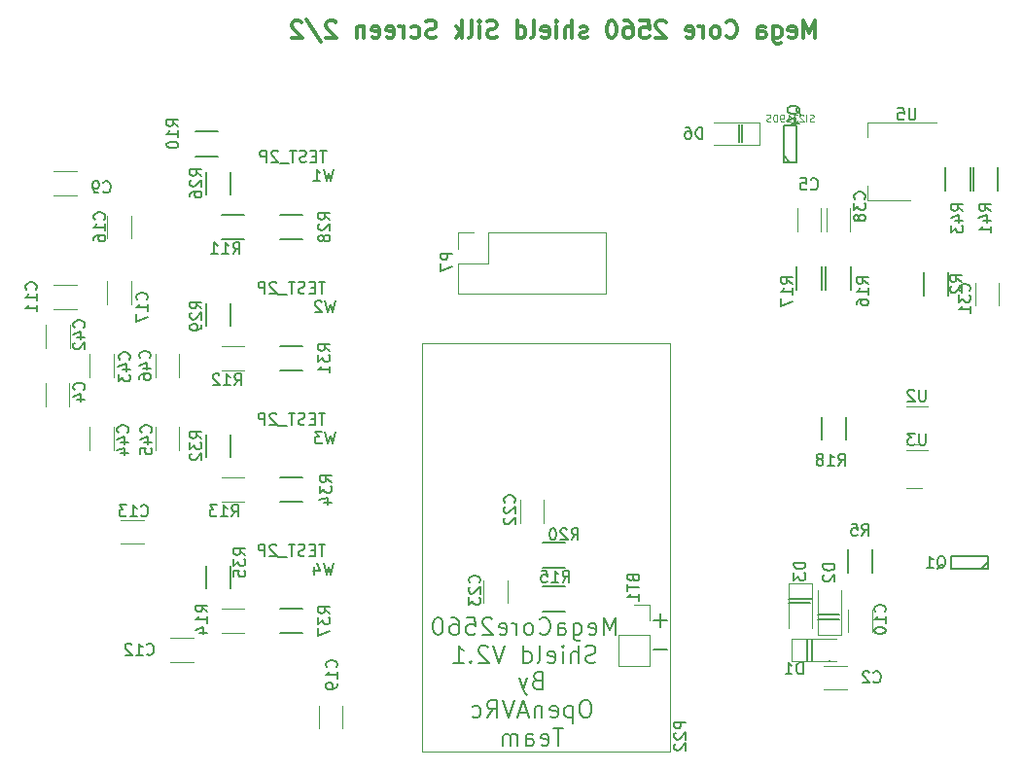
<source format=gbr>
G04 #@! TF.FileFunction,Legend,Bot*
%FSLAX46Y46*%
G04 Gerber Fmt 4.6, Leading zero omitted, Abs format (unit mm)*
G04 Created by KiCad (PCBNEW 4.0.7) date 04/25/18 16:31:08*
%MOMM*%
%LPD*%
G01*
G04 APERTURE LIST*
%ADD10C,0.100000*%
%ADD11C,0.150000*%
%ADD12C,0.210000*%
%ADD13C,0.300000*%
%ADD14C,0.120000*%
G04 APERTURE END LIST*
D10*
D11*
X208630520Y-110520480D02*
X208630520Y-112425480D01*
X210535520Y-112298480D02*
X210535520Y-112425480D01*
X209011520Y-110520480D02*
X209011520Y-112298480D01*
X211424520Y-108742480D02*
X209519520Y-108742480D01*
X209519520Y-108361480D02*
X211424520Y-108361480D01*
X206979520Y-107345480D02*
X208884520Y-107345480D01*
X209011520Y-106964480D02*
X206979520Y-106964480D01*
X202915520Y-67213480D02*
X202915520Y-65689480D01*
X202661520Y-67213480D02*
X202661520Y-65689480D01*
D12*
X195232092Y-111389623D02*
X196374949Y-111389623D01*
X195232092Y-108849623D02*
X196374949Y-108849623D01*
X195803520Y-109421051D02*
X195803520Y-108278194D01*
D13*
X209282517Y-58113051D02*
X209282517Y-56613051D01*
X208782517Y-57684480D01*
X208282517Y-56613051D01*
X208282517Y-58113051D01*
X206996803Y-58041623D02*
X207139660Y-58113051D01*
X207425374Y-58113051D01*
X207568231Y-58041623D01*
X207639660Y-57898766D01*
X207639660Y-57327337D01*
X207568231Y-57184480D01*
X207425374Y-57113051D01*
X207139660Y-57113051D01*
X206996803Y-57184480D01*
X206925374Y-57327337D01*
X206925374Y-57470194D01*
X207639660Y-57613051D01*
X205639660Y-57113051D02*
X205639660Y-58327337D01*
X205711089Y-58470194D01*
X205782517Y-58541623D01*
X205925374Y-58613051D01*
X206139660Y-58613051D01*
X206282517Y-58541623D01*
X205639660Y-58041623D02*
X205782517Y-58113051D01*
X206068231Y-58113051D01*
X206211089Y-58041623D01*
X206282517Y-57970194D01*
X206353946Y-57827337D01*
X206353946Y-57398766D01*
X206282517Y-57255909D01*
X206211089Y-57184480D01*
X206068231Y-57113051D01*
X205782517Y-57113051D01*
X205639660Y-57184480D01*
X204282517Y-58113051D02*
X204282517Y-57327337D01*
X204353946Y-57184480D01*
X204496803Y-57113051D01*
X204782517Y-57113051D01*
X204925374Y-57184480D01*
X204282517Y-58041623D02*
X204425374Y-58113051D01*
X204782517Y-58113051D01*
X204925374Y-58041623D01*
X204996803Y-57898766D01*
X204996803Y-57755909D01*
X204925374Y-57613051D01*
X204782517Y-57541623D01*
X204425374Y-57541623D01*
X204282517Y-57470194D01*
X201568231Y-57970194D02*
X201639660Y-58041623D01*
X201853946Y-58113051D01*
X201996803Y-58113051D01*
X202211088Y-58041623D01*
X202353946Y-57898766D01*
X202425374Y-57755909D01*
X202496803Y-57470194D01*
X202496803Y-57255909D01*
X202425374Y-56970194D01*
X202353946Y-56827337D01*
X202211088Y-56684480D01*
X201996803Y-56613051D01*
X201853946Y-56613051D01*
X201639660Y-56684480D01*
X201568231Y-56755909D01*
X200711088Y-58113051D02*
X200853946Y-58041623D01*
X200925374Y-57970194D01*
X200996803Y-57827337D01*
X200996803Y-57398766D01*
X200925374Y-57255909D01*
X200853946Y-57184480D01*
X200711088Y-57113051D01*
X200496803Y-57113051D01*
X200353946Y-57184480D01*
X200282517Y-57255909D01*
X200211088Y-57398766D01*
X200211088Y-57827337D01*
X200282517Y-57970194D01*
X200353946Y-58041623D01*
X200496803Y-58113051D01*
X200711088Y-58113051D01*
X199568231Y-58113051D02*
X199568231Y-57113051D01*
X199568231Y-57398766D02*
X199496803Y-57255909D01*
X199425374Y-57184480D01*
X199282517Y-57113051D01*
X199139660Y-57113051D01*
X198068232Y-58041623D02*
X198211089Y-58113051D01*
X198496803Y-58113051D01*
X198639660Y-58041623D01*
X198711089Y-57898766D01*
X198711089Y-57327337D01*
X198639660Y-57184480D01*
X198496803Y-57113051D01*
X198211089Y-57113051D01*
X198068232Y-57184480D01*
X197996803Y-57327337D01*
X197996803Y-57470194D01*
X198711089Y-57613051D01*
X196282518Y-56755909D02*
X196211089Y-56684480D01*
X196068232Y-56613051D01*
X195711089Y-56613051D01*
X195568232Y-56684480D01*
X195496803Y-56755909D01*
X195425375Y-56898766D01*
X195425375Y-57041623D01*
X195496803Y-57255909D01*
X196353946Y-58113051D01*
X195425375Y-58113051D01*
X194068232Y-56613051D02*
X194782518Y-56613051D01*
X194853947Y-57327337D01*
X194782518Y-57255909D01*
X194639661Y-57184480D01*
X194282518Y-57184480D01*
X194139661Y-57255909D01*
X194068232Y-57327337D01*
X193996804Y-57470194D01*
X193996804Y-57827337D01*
X194068232Y-57970194D01*
X194139661Y-58041623D01*
X194282518Y-58113051D01*
X194639661Y-58113051D01*
X194782518Y-58041623D01*
X194853947Y-57970194D01*
X192711090Y-56613051D02*
X192996804Y-56613051D01*
X193139661Y-56684480D01*
X193211090Y-56755909D01*
X193353947Y-56970194D01*
X193425376Y-57255909D01*
X193425376Y-57827337D01*
X193353947Y-57970194D01*
X193282519Y-58041623D01*
X193139661Y-58113051D01*
X192853947Y-58113051D01*
X192711090Y-58041623D01*
X192639661Y-57970194D01*
X192568233Y-57827337D01*
X192568233Y-57470194D01*
X192639661Y-57327337D01*
X192711090Y-57255909D01*
X192853947Y-57184480D01*
X193139661Y-57184480D01*
X193282519Y-57255909D01*
X193353947Y-57327337D01*
X193425376Y-57470194D01*
X191639662Y-56613051D02*
X191496805Y-56613051D01*
X191353948Y-56684480D01*
X191282519Y-56755909D01*
X191211090Y-56898766D01*
X191139662Y-57184480D01*
X191139662Y-57541623D01*
X191211090Y-57827337D01*
X191282519Y-57970194D01*
X191353948Y-58041623D01*
X191496805Y-58113051D01*
X191639662Y-58113051D01*
X191782519Y-58041623D01*
X191853948Y-57970194D01*
X191925376Y-57827337D01*
X191996805Y-57541623D01*
X191996805Y-57184480D01*
X191925376Y-56898766D01*
X191853948Y-56755909D01*
X191782519Y-56684480D01*
X191639662Y-56613051D01*
X189425377Y-58041623D02*
X189282520Y-58113051D01*
X188996805Y-58113051D01*
X188853948Y-58041623D01*
X188782520Y-57898766D01*
X188782520Y-57827337D01*
X188853948Y-57684480D01*
X188996805Y-57613051D01*
X189211091Y-57613051D01*
X189353948Y-57541623D01*
X189425377Y-57398766D01*
X189425377Y-57327337D01*
X189353948Y-57184480D01*
X189211091Y-57113051D01*
X188996805Y-57113051D01*
X188853948Y-57184480D01*
X188139662Y-58113051D02*
X188139662Y-56613051D01*
X187496805Y-58113051D02*
X187496805Y-57327337D01*
X187568234Y-57184480D01*
X187711091Y-57113051D01*
X187925376Y-57113051D01*
X188068234Y-57184480D01*
X188139662Y-57255909D01*
X186782519Y-58113051D02*
X186782519Y-57113051D01*
X186782519Y-56613051D02*
X186853948Y-56684480D01*
X186782519Y-56755909D01*
X186711091Y-56684480D01*
X186782519Y-56613051D01*
X186782519Y-56755909D01*
X185496805Y-58041623D02*
X185639662Y-58113051D01*
X185925376Y-58113051D01*
X186068233Y-58041623D01*
X186139662Y-57898766D01*
X186139662Y-57327337D01*
X186068233Y-57184480D01*
X185925376Y-57113051D01*
X185639662Y-57113051D01*
X185496805Y-57184480D01*
X185425376Y-57327337D01*
X185425376Y-57470194D01*
X186139662Y-57613051D01*
X184568233Y-58113051D02*
X184711091Y-58041623D01*
X184782519Y-57898766D01*
X184782519Y-56613051D01*
X183353948Y-58113051D02*
X183353948Y-56613051D01*
X183353948Y-58041623D02*
X183496805Y-58113051D01*
X183782519Y-58113051D01*
X183925377Y-58041623D01*
X183996805Y-57970194D01*
X184068234Y-57827337D01*
X184068234Y-57398766D01*
X183996805Y-57255909D01*
X183925377Y-57184480D01*
X183782519Y-57113051D01*
X183496805Y-57113051D01*
X183353948Y-57184480D01*
X181568234Y-58041623D02*
X181353948Y-58113051D01*
X180996805Y-58113051D01*
X180853948Y-58041623D01*
X180782519Y-57970194D01*
X180711091Y-57827337D01*
X180711091Y-57684480D01*
X180782519Y-57541623D01*
X180853948Y-57470194D01*
X180996805Y-57398766D01*
X181282519Y-57327337D01*
X181425377Y-57255909D01*
X181496805Y-57184480D01*
X181568234Y-57041623D01*
X181568234Y-56898766D01*
X181496805Y-56755909D01*
X181425377Y-56684480D01*
X181282519Y-56613051D01*
X180925377Y-56613051D01*
X180711091Y-56684480D01*
X180068234Y-58113051D02*
X180068234Y-57113051D01*
X180068234Y-56613051D02*
X180139663Y-56684480D01*
X180068234Y-56755909D01*
X179996806Y-56684480D01*
X180068234Y-56613051D01*
X180068234Y-56755909D01*
X179139662Y-58113051D02*
X179282520Y-58041623D01*
X179353948Y-57898766D01*
X179353948Y-56613051D01*
X178568234Y-58113051D02*
X178568234Y-56613051D01*
X178425377Y-57541623D02*
X177996806Y-58113051D01*
X177996806Y-57113051D02*
X178568234Y-57684480D01*
X176282520Y-58041623D02*
X176068234Y-58113051D01*
X175711091Y-58113051D01*
X175568234Y-58041623D01*
X175496805Y-57970194D01*
X175425377Y-57827337D01*
X175425377Y-57684480D01*
X175496805Y-57541623D01*
X175568234Y-57470194D01*
X175711091Y-57398766D01*
X175996805Y-57327337D01*
X176139663Y-57255909D01*
X176211091Y-57184480D01*
X176282520Y-57041623D01*
X176282520Y-56898766D01*
X176211091Y-56755909D01*
X176139663Y-56684480D01*
X175996805Y-56613051D01*
X175639663Y-56613051D01*
X175425377Y-56684480D01*
X174139663Y-58041623D02*
X174282520Y-58113051D01*
X174568234Y-58113051D01*
X174711092Y-58041623D01*
X174782520Y-57970194D01*
X174853949Y-57827337D01*
X174853949Y-57398766D01*
X174782520Y-57255909D01*
X174711092Y-57184480D01*
X174568234Y-57113051D01*
X174282520Y-57113051D01*
X174139663Y-57184480D01*
X173496806Y-58113051D02*
X173496806Y-57113051D01*
X173496806Y-57398766D02*
X173425378Y-57255909D01*
X173353949Y-57184480D01*
X173211092Y-57113051D01*
X173068235Y-57113051D01*
X171996807Y-58041623D02*
X172139664Y-58113051D01*
X172425378Y-58113051D01*
X172568235Y-58041623D01*
X172639664Y-57898766D01*
X172639664Y-57327337D01*
X172568235Y-57184480D01*
X172425378Y-57113051D01*
X172139664Y-57113051D01*
X171996807Y-57184480D01*
X171925378Y-57327337D01*
X171925378Y-57470194D01*
X172639664Y-57613051D01*
X170711093Y-58041623D02*
X170853950Y-58113051D01*
X171139664Y-58113051D01*
X171282521Y-58041623D01*
X171353950Y-57898766D01*
X171353950Y-57327337D01*
X171282521Y-57184480D01*
X171139664Y-57113051D01*
X170853950Y-57113051D01*
X170711093Y-57184480D01*
X170639664Y-57327337D01*
X170639664Y-57470194D01*
X171353950Y-57613051D01*
X169996807Y-57113051D02*
X169996807Y-58113051D01*
X169996807Y-57255909D02*
X169925379Y-57184480D01*
X169782521Y-57113051D01*
X169568236Y-57113051D01*
X169425379Y-57184480D01*
X169353950Y-57327337D01*
X169353950Y-58113051D01*
X167568236Y-56755909D02*
X167496807Y-56684480D01*
X167353950Y-56613051D01*
X166996807Y-56613051D01*
X166853950Y-56684480D01*
X166782521Y-56755909D01*
X166711093Y-56898766D01*
X166711093Y-57041623D01*
X166782521Y-57255909D01*
X167639664Y-58113051D01*
X166711093Y-58113051D01*
X164996808Y-56541623D02*
X166282522Y-58470194D01*
X164568236Y-56755909D02*
X164496807Y-56684480D01*
X164353950Y-56613051D01*
X163996807Y-56613051D01*
X163853950Y-56684480D01*
X163782521Y-56755909D01*
X163711093Y-56898766D01*
X163711093Y-57041623D01*
X163782521Y-57255909D01*
X164639664Y-58113051D01*
X163711093Y-58113051D01*
D12*
X185091805Y-114049337D02*
X184877519Y-114120766D01*
X184806091Y-114192194D01*
X184734662Y-114335051D01*
X184734662Y-114549337D01*
X184806091Y-114692194D01*
X184877519Y-114763623D01*
X185020377Y-114835051D01*
X185591805Y-114835051D01*
X185591805Y-113335051D01*
X185091805Y-113335051D01*
X184948948Y-113406480D01*
X184877519Y-113477909D01*
X184806091Y-113620766D01*
X184806091Y-113763623D01*
X184877519Y-113906480D01*
X184948948Y-113977909D01*
X185091805Y-114049337D01*
X185591805Y-114049337D01*
X184234662Y-113835051D02*
X183877519Y-114835051D01*
X183520377Y-113835051D02*
X183877519Y-114835051D01*
X184020377Y-115192194D01*
X184091805Y-115263623D01*
X184234662Y-115335051D01*
X189448948Y-115795051D02*
X189163234Y-115795051D01*
X189020376Y-115866480D01*
X188877519Y-116009337D01*
X188806091Y-116295051D01*
X188806091Y-116795051D01*
X188877519Y-117080766D01*
X189020376Y-117223623D01*
X189163234Y-117295051D01*
X189448948Y-117295051D01*
X189591805Y-117223623D01*
X189734662Y-117080766D01*
X189806091Y-116795051D01*
X189806091Y-116295051D01*
X189734662Y-116009337D01*
X189591805Y-115866480D01*
X189448948Y-115795051D01*
X188163233Y-116295051D02*
X188163233Y-117795051D01*
X188163233Y-116366480D02*
X188020376Y-116295051D01*
X187734662Y-116295051D01*
X187591805Y-116366480D01*
X187520376Y-116437909D01*
X187448947Y-116580766D01*
X187448947Y-117009337D01*
X187520376Y-117152194D01*
X187591805Y-117223623D01*
X187734662Y-117295051D01*
X188020376Y-117295051D01*
X188163233Y-117223623D01*
X186234662Y-117223623D02*
X186377519Y-117295051D01*
X186663233Y-117295051D01*
X186806090Y-117223623D01*
X186877519Y-117080766D01*
X186877519Y-116509337D01*
X186806090Y-116366480D01*
X186663233Y-116295051D01*
X186377519Y-116295051D01*
X186234662Y-116366480D01*
X186163233Y-116509337D01*
X186163233Y-116652194D01*
X186877519Y-116795051D01*
X185520376Y-116295051D02*
X185520376Y-117295051D01*
X185520376Y-116437909D02*
X185448948Y-116366480D01*
X185306090Y-116295051D01*
X185091805Y-116295051D01*
X184948948Y-116366480D01*
X184877519Y-116509337D01*
X184877519Y-117295051D01*
X184234662Y-116866480D02*
X183520376Y-116866480D01*
X184377519Y-117295051D02*
X183877519Y-115795051D01*
X183377519Y-117295051D01*
X183091805Y-115795051D02*
X182591805Y-117295051D01*
X182091805Y-115795051D01*
X180734662Y-117295051D02*
X181234662Y-116580766D01*
X181591805Y-117295051D02*
X181591805Y-115795051D01*
X181020377Y-115795051D01*
X180877519Y-115866480D01*
X180806091Y-115937909D01*
X180734662Y-116080766D01*
X180734662Y-116295051D01*
X180806091Y-116437909D01*
X180877519Y-116509337D01*
X181020377Y-116580766D01*
X181591805Y-116580766D01*
X179448948Y-117223623D02*
X179591805Y-117295051D01*
X179877519Y-117295051D01*
X180020377Y-117223623D01*
X180091805Y-117152194D01*
X180163234Y-117009337D01*
X180163234Y-116580766D01*
X180091805Y-116437909D01*
X180020377Y-116366480D01*
X179877519Y-116295051D01*
X179591805Y-116295051D01*
X179448948Y-116366480D01*
X187377520Y-118255051D02*
X186520377Y-118255051D01*
X186948948Y-119755051D02*
X186948948Y-118255051D01*
X185448949Y-119683623D02*
X185591806Y-119755051D01*
X185877520Y-119755051D01*
X186020377Y-119683623D01*
X186091806Y-119540766D01*
X186091806Y-118969337D01*
X186020377Y-118826480D01*
X185877520Y-118755051D01*
X185591806Y-118755051D01*
X185448949Y-118826480D01*
X185377520Y-118969337D01*
X185377520Y-119112194D01*
X186091806Y-119255051D01*
X184091806Y-119755051D02*
X184091806Y-118969337D01*
X184163235Y-118826480D01*
X184306092Y-118755051D01*
X184591806Y-118755051D01*
X184734663Y-118826480D01*
X184091806Y-119683623D02*
X184234663Y-119755051D01*
X184591806Y-119755051D01*
X184734663Y-119683623D01*
X184806092Y-119540766D01*
X184806092Y-119397909D01*
X184734663Y-119255051D01*
X184591806Y-119183623D01*
X184234663Y-119183623D01*
X184091806Y-119112194D01*
X183377520Y-119755051D02*
X183377520Y-118755051D01*
X183377520Y-118897909D02*
X183306092Y-118826480D01*
X183163234Y-118755051D01*
X182948949Y-118755051D01*
X182806092Y-118826480D01*
X182734663Y-118969337D01*
X182734663Y-119755051D01*
X182734663Y-118969337D02*
X182663234Y-118826480D01*
X182520377Y-118755051D01*
X182306092Y-118755051D01*
X182163234Y-118826480D01*
X182091806Y-118969337D01*
X182091806Y-119755051D01*
X191885376Y-110096051D02*
X191885376Y-108596051D01*
X191385376Y-109667480D01*
X190885376Y-108596051D01*
X190885376Y-110096051D01*
X189599662Y-110024623D02*
X189742519Y-110096051D01*
X190028233Y-110096051D01*
X190171090Y-110024623D01*
X190242519Y-109881766D01*
X190242519Y-109310337D01*
X190171090Y-109167480D01*
X190028233Y-109096051D01*
X189742519Y-109096051D01*
X189599662Y-109167480D01*
X189528233Y-109310337D01*
X189528233Y-109453194D01*
X190242519Y-109596051D01*
X188242519Y-109096051D02*
X188242519Y-110310337D01*
X188313948Y-110453194D01*
X188385376Y-110524623D01*
X188528233Y-110596051D01*
X188742519Y-110596051D01*
X188885376Y-110524623D01*
X188242519Y-110024623D02*
X188385376Y-110096051D01*
X188671090Y-110096051D01*
X188813948Y-110024623D01*
X188885376Y-109953194D01*
X188956805Y-109810337D01*
X188956805Y-109381766D01*
X188885376Y-109238909D01*
X188813948Y-109167480D01*
X188671090Y-109096051D01*
X188385376Y-109096051D01*
X188242519Y-109167480D01*
X186885376Y-110096051D02*
X186885376Y-109310337D01*
X186956805Y-109167480D01*
X187099662Y-109096051D01*
X187385376Y-109096051D01*
X187528233Y-109167480D01*
X186885376Y-110024623D02*
X187028233Y-110096051D01*
X187385376Y-110096051D01*
X187528233Y-110024623D01*
X187599662Y-109881766D01*
X187599662Y-109738909D01*
X187528233Y-109596051D01*
X187385376Y-109524623D01*
X187028233Y-109524623D01*
X186885376Y-109453194D01*
X185313947Y-109953194D02*
X185385376Y-110024623D01*
X185599662Y-110096051D01*
X185742519Y-110096051D01*
X185956804Y-110024623D01*
X186099662Y-109881766D01*
X186171090Y-109738909D01*
X186242519Y-109453194D01*
X186242519Y-109238909D01*
X186171090Y-108953194D01*
X186099662Y-108810337D01*
X185956804Y-108667480D01*
X185742519Y-108596051D01*
X185599662Y-108596051D01*
X185385376Y-108667480D01*
X185313947Y-108738909D01*
X184456804Y-110096051D02*
X184599662Y-110024623D01*
X184671090Y-109953194D01*
X184742519Y-109810337D01*
X184742519Y-109381766D01*
X184671090Y-109238909D01*
X184599662Y-109167480D01*
X184456804Y-109096051D01*
X184242519Y-109096051D01*
X184099662Y-109167480D01*
X184028233Y-109238909D01*
X183956804Y-109381766D01*
X183956804Y-109810337D01*
X184028233Y-109953194D01*
X184099662Y-110024623D01*
X184242519Y-110096051D01*
X184456804Y-110096051D01*
X183313947Y-110096051D02*
X183313947Y-109096051D01*
X183313947Y-109381766D02*
X183242519Y-109238909D01*
X183171090Y-109167480D01*
X183028233Y-109096051D01*
X182885376Y-109096051D01*
X181813948Y-110024623D02*
X181956805Y-110096051D01*
X182242519Y-110096051D01*
X182385376Y-110024623D01*
X182456805Y-109881766D01*
X182456805Y-109310337D01*
X182385376Y-109167480D01*
X182242519Y-109096051D01*
X181956805Y-109096051D01*
X181813948Y-109167480D01*
X181742519Y-109310337D01*
X181742519Y-109453194D01*
X182456805Y-109596051D01*
X181171091Y-108738909D02*
X181099662Y-108667480D01*
X180956805Y-108596051D01*
X180599662Y-108596051D01*
X180456805Y-108667480D01*
X180385376Y-108738909D01*
X180313948Y-108881766D01*
X180313948Y-109024623D01*
X180385376Y-109238909D01*
X181242519Y-110096051D01*
X180313948Y-110096051D01*
X178956805Y-108596051D02*
X179671091Y-108596051D01*
X179742520Y-109310337D01*
X179671091Y-109238909D01*
X179528234Y-109167480D01*
X179171091Y-109167480D01*
X179028234Y-109238909D01*
X178956805Y-109310337D01*
X178885377Y-109453194D01*
X178885377Y-109810337D01*
X178956805Y-109953194D01*
X179028234Y-110024623D01*
X179171091Y-110096051D01*
X179528234Y-110096051D01*
X179671091Y-110024623D01*
X179742520Y-109953194D01*
X177599663Y-108596051D02*
X177885377Y-108596051D01*
X178028234Y-108667480D01*
X178099663Y-108738909D01*
X178242520Y-108953194D01*
X178313949Y-109238909D01*
X178313949Y-109810337D01*
X178242520Y-109953194D01*
X178171092Y-110024623D01*
X178028234Y-110096051D01*
X177742520Y-110096051D01*
X177599663Y-110024623D01*
X177528234Y-109953194D01*
X177456806Y-109810337D01*
X177456806Y-109453194D01*
X177528234Y-109310337D01*
X177599663Y-109238909D01*
X177742520Y-109167480D01*
X178028234Y-109167480D01*
X178171092Y-109238909D01*
X178242520Y-109310337D01*
X178313949Y-109453194D01*
X176528235Y-108596051D02*
X176385378Y-108596051D01*
X176242521Y-108667480D01*
X176171092Y-108738909D01*
X176099663Y-108881766D01*
X176028235Y-109167480D01*
X176028235Y-109524623D01*
X176099663Y-109810337D01*
X176171092Y-109953194D01*
X176242521Y-110024623D01*
X176385378Y-110096051D01*
X176528235Y-110096051D01*
X176671092Y-110024623D01*
X176742521Y-109953194D01*
X176813949Y-109810337D01*
X176885378Y-109524623D01*
X176885378Y-109167480D01*
X176813949Y-108881766D01*
X176742521Y-108738909D01*
X176671092Y-108667480D01*
X176528235Y-108596051D01*
X190171091Y-112484623D02*
X189956805Y-112556051D01*
X189599662Y-112556051D01*
X189456805Y-112484623D01*
X189385376Y-112413194D01*
X189313948Y-112270337D01*
X189313948Y-112127480D01*
X189385376Y-111984623D01*
X189456805Y-111913194D01*
X189599662Y-111841766D01*
X189885376Y-111770337D01*
X190028234Y-111698909D01*
X190099662Y-111627480D01*
X190171091Y-111484623D01*
X190171091Y-111341766D01*
X190099662Y-111198909D01*
X190028234Y-111127480D01*
X189885376Y-111056051D01*
X189528234Y-111056051D01*
X189313948Y-111127480D01*
X188671091Y-112556051D02*
X188671091Y-111056051D01*
X188028234Y-112556051D02*
X188028234Y-111770337D01*
X188099663Y-111627480D01*
X188242520Y-111556051D01*
X188456805Y-111556051D01*
X188599663Y-111627480D01*
X188671091Y-111698909D01*
X187313948Y-112556051D02*
X187313948Y-111556051D01*
X187313948Y-111056051D02*
X187385377Y-111127480D01*
X187313948Y-111198909D01*
X187242520Y-111127480D01*
X187313948Y-111056051D01*
X187313948Y-111198909D01*
X186028234Y-112484623D02*
X186171091Y-112556051D01*
X186456805Y-112556051D01*
X186599662Y-112484623D01*
X186671091Y-112341766D01*
X186671091Y-111770337D01*
X186599662Y-111627480D01*
X186456805Y-111556051D01*
X186171091Y-111556051D01*
X186028234Y-111627480D01*
X185956805Y-111770337D01*
X185956805Y-111913194D01*
X186671091Y-112056051D01*
X185099662Y-112556051D02*
X185242520Y-112484623D01*
X185313948Y-112341766D01*
X185313948Y-111056051D01*
X183885377Y-112556051D02*
X183885377Y-111056051D01*
X183885377Y-112484623D02*
X184028234Y-112556051D01*
X184313948Y-112556051D01*
X184456806Y-112484623D01*
X184528234Y-112413194D01*
X184599663Y-112270337D01*
X184599663Y-111841766D01*
X184528234Y-111698909D01*
X184456806Y-111627480D01*
X184313948Y-111556051D01*
X184028234Y-111556051D01*
X183885377Y-111627480D01*
X182242520Y-111056051D02*
X181742520Y-112556051D01*
X181242520Y-111056051D01*
X180813949Y-111198909D02*
X180742520Y-111127480D01*
X180599663Y-111056051D01*
X180242520Y-111056051D01*
X180099663Y-111127480D01*
X180028234Y-111198909D01*
X179956806Y-111341766D01*
X179956806Y-111484623D01*
X180028234Y-111698909D01*
X180885377Y-112556051D01*
X179956806Y-112556051D01*
X179313949Y-112413194D02*
X179242521Y-112484623D01*
X179313949Y-112556051D01*
X179385378Y-112484623D01*
X179313949Y-112413194D01*
X179313949Y-112556051D01*
X177813949Y-112556051D02*
X178671092Y-112556051D01*
X178242520Y-112556051D02*
X178242520Y-111056051D01*
X178385377Y-111270337D01*
X178528235Y-111413194D01*
X178671092Y-111484623D01*
D11*
X207106520Y-68940480D02*
X206556520Y-68390480D01*
X207656520Y-68940480D02*
X206556520Y-68940480D01*
X207656520Y-65740480D02*
X206556520Y-65740480D01*
X206556520Y-68940480D02*
X206556520Y-65740480D01*
X207656520Y-68940480D02*
X207656520Y-65740480D01*
D14*
X212043520Y-114847480D02*
X210043520Y-114847480D01*
X210043520Y-112797480D02*
X212043520Y-112797480D01*
X206995520Y-105603480D02*
X208995520Y-105603480D01*
X208995520Y-105603480D02*
X208995520Y-109503480D01*
X206995520Y-105603480D02*
X206995520Y-109503480D01*
X211535520Y-110103480D02*
X209535520Y-110103480D01*
X209535520Y-110103480D02*
X209535520Y-106203480D01*
X211535520Y-110103480D02*
X211535520Y-106203480D01*
X217201520Y-94001480D02*
X219101520Y-94001480D01*
X218601520Y-97321480D02*
X217201520Y-97321480D01*
X217201520Y-90191480D02*
X219101520Y-90191480D01*
X218601520Y-93511480D02*
X217201520Y-93511480D01*
D11*
X211991520Y-93105480D02*
X211991520Y-91105480D01*
X209841520Y-91105480D02*
X209841520Y-93105480D01*
X157306520Y-66265480D02*
X155306520Y-66265480D01*
X155306520Y-68415480D02*
X157306520Y-68415480D01*
X218731520Y-78532480D02*
X218731520Y-80532480D01*
X220881520Y-80532480D02*
X220881520Y-78532480D01*
X224327520Y-103789480D02*
X223777520Y-104339480D01*
X224327520Y-103239480D02*
X224327520Y-104339480D01*
X221127520Y-103239480D02*
X221127520Y-104339480D01*
X224327520Y-104339480D02*
X221127520Y-104339480D01*
X224327520Y-103239480D02*
X221127520Y-103239480D01*
D14*
X207269520Y-112409480D02*
X207269520Y-110409480D01*
X207269520Y-110409480D02*
X211169520Y-110409480D01*
X207269520Y-112409480D02*
X211169520Y-112409480D01*
X214227520Y-107869480D02*
X214227520Y-109869480D01*
X212177520Y-109869480D02*
X212177520Y-107869480D01*
D11*
X212127520Y-102662480D02*
X212127520Y-104662480D01*
X214277520Y-104662480D02*
X214277520Y-102662480D01*
D14*
X223226520Y-81421480D02*
X223226520Y-79421480D01*
X225276520Y-79421480D02*
X225276520Y-81421480D01*
D11*
X223049520Y-69388480D02*
X223049520Y-71388480D01*
X225199520Y-71388480D02*
X225199520Y-69388480D01*
X222786520Y-71388480D02*
X222786520Y-69388480D01*
X220636520Y-69388480D02*
X220636520Y-71388480D01*
X210222520Y-78024480D02*
X210222520Y-80024480D01*
X212372520Y-80024480D02*
X212372520Y-78024480D01*
X207682520Y-78024480D02*
X207682520Y-80024480D01*
X209832520Y-80024480D02*
X209832520Y-78024480D01*
D14*
X210272520Y-74944480D02*
X210272520Y-72944480D01*
X212322520Y-72944480D02*
X212322520Y-74944480D01*
X207732520Y-74944480D02*
X207732520Y-72944480D01*
X209782520Y-72944480D02*
X209782520Y-74944480D01*
X213832520Y-72274480D02*
X213832520Y-71014480D01*
X213832520Y-65454480D02*
X213832520Y-66714480D01*
X217592520Y-72274480D02*
X213832520Y-72274480D01*
X219842520Y-65454480D02*
X213832520Y-65454480D01*
X204403520Y-65451480D02*
X204403520Y-67451480D01*
X204403520Y-67451480D02*
X200503520Y-67451480D01*
X204403520Y-65451480D02*
X200503520Y-65451480D01*
X180817520Y-75094480D02*
X191097520Y-75094480D01*
X191097520Y-75094480D02*
X191097520Y-80414480D01*
X191097520Y-80414480D02*
X178157520Y-80414480D01*
X178157520Y-80414480D02*
X178157520Y-77754480D01*
X178157520Y-77754480D02*
X180817520Y-77754480D01*
X180817520Y-77754480D02*
X180817520Y-75094480D01*
X179547520Y-75094480D02*
X178157520Y-75094480D01*
X178157520Y-75094480D02*
X178157520Y-76484480D01*
X196692520Y-120299480D02*
X175102520Y-120299480D01*
X175102520Y-120299480D02*
X175102520Y-84739480D01*
X175102520Y-84739480D02*
X196692520Y-84739480D01*
X196692520Y-84739480D02*
X196692520Y-120299480D01*
X183602520Y-100344480D02*
X183602520Y-98344480D01*
X185652520Y-98344480D02*
X185652520Y-100344480D01*
D11*
X187532520Y-102079480D02*
X185532520Y-102079480D01*
X185532520Y-104229480D02*
X187532520Y-104229480D01*
X187532520Y-105889480D02*
X185532520Y-105889480D01*
X185532520Y-108039480D02*
X187532520Y-108039480D01*
D14*
X180427520Y-107329480D02*
X180427520Y-105329480D01*
X182477520Y-105329480D02*
X182477520Y-107329480D01*
X166076520Y-118251480D02*
X166076520Y-116251480D01*
X168126520Y-116251480D02*
X168126520Y-118251480D01*
D11*
X156247520Y-104059480D02*
X156247520Y-106059480D01*
X158397520Y-106059480D02*
X158397520Y-104059480D01*
D14*
X155147520Y-112434480D02*
X153147520Y-112434480D01*
X153147520Y-110384480D02*
X155147520Y-110384480D01*
X148829520Y-100097480D02*
X150829520Y-100097480D01*
X150829520Y-102147480D02*
X148829520Y-102147480D01*
D11*
X164672520Y-96364480D02*
X162672520Y-96364480D01*
X162672520Y-98514480D02*
X164672520Y-98514480D01*
X156247520Y-92629480D02*
X156247520Y-94629480D01*
X158397520Y-94629480D02*
X158397520Y-92629480D01*
D14*
X153902520Y-91994480D02*
X153902520Y-93994480D01*
X151852520Y-93994480D02*
X151852520Y-91994480D01*
X148187520Y-91994480D02*
X148187520Y-93994480D01*
X146137520Y-93994480D02*
X146137520Y-91994480D01*
X146137520Y-87644480D02*
X146137520Y-85644480D01*
X148187520Y-85644480D02*
X148187520Y-87644480D01*
X151852520Y-87644480D02*
X151852520Y-85644480D01*
X153902520Y-85644480D02*
X153902520Y-87644480D01*
D11*
X164672520Y-84934480D02*
X162672520Y-84934480D01*
X162672520Y-87084480D02*
X164672520Y-87084480D01*
X156247520Y-81199480D02*
X156247520Y-83199480D01*
X158397520Y-83199480D02*
X158397520Y-81199480D01*
X159592520Y-73504480D02*
X157592520Y-73504480D01*
X157592520Y-75654480D02*
X159592520Y-75654480D01*
X164672520Y-73504480D02*
X162672520Y-73504480D01*
X162672520Y-75654480D02*
X164672520Y-75654480D01*
D14*
X142987520Y-79650480D02*
X144987520Y-79650480D01*
X144987520Y-81700480D02*
X142987520Y-81700480D01*
X144377520Y-83104480D02*
X144377520Y-85104480D01*
X142327520Y-85104480D02*
X142327520Y-83104480D01*
X147661520Y-81294480D02*
X147661520Y-79294480D01*
X149711520Y-79294480D02*
X149711520Y-81294480D01*
X149711520Y-73579480D02*
X149711520Y-75579480D01*
X147661520Y-75579480D02*
X147661520Y-73579480D01*
D11*
X156247520Y-69769480D02*
X156247520Y-71769480D01*
X158397520Y-71769480D02*
X158397520Y-69769480D01*
D14*
X142987520Y-69744480D02*
X144987520Y-69744480D01*
X144987520Y-71794480D02*
X142987520Y-71794480D01*
X159592520Y-84939480D02*
X157592520Y-84939480D01*
X157592520Y-87079480D02*
X159592520Y-87079480D01*
X159592520Y-96369480D02*
X157592520Y-96369480D01*
X157592520Y-98509480D02*
X159592520Y-98509480D01*
D11*
X164672520Y-107794480D02*
X162672520Y-107794480D01*
X162672520Y-109944480D02*
X164672520Y-109944480D01*
D14*
X159592520Y-107799480D02*
X157592520Y-107799480D01*
X157592520Y-109939480D02*
X159592520Y-109939480D01*
X194907520Y-110139480D02*
X194907520Y-112799480D01*
X194907520Y-112799480D02*
X192127520Y-112799480D01*
X192127520Y-112799480D02*
X192127520Y-110139480D01*
X192127520Y-110139480D02*
X194907520Y-110139480D01*
X194907520Y-108869480D02*
X194907520Y-107479480D01*
X194907520Y-107479480D02*
X193517520Y-107479480D01*
X144372520Y-88184480D02*
X144372520Y-90184480D01*
X142332520Y-90184480D02*
X142332520Y-88184480D01*
D11*
X207975140Y-64768742D02*
X207927521Y-64673504D01*
X207832283Y-64578266D01*
X207689426Y-64435409D01*
X207641807Y-64340170D01*
X207641807Y-64244932D01*
X207879902Y-64292551D02*
X207832283Y-64197313D01*
X207737045Y-64102075D01*
X207546569Y-64054456D01*
X207213235Y-64054456D01*
X207022759Y-64102075D01*
X206927521Y-64197313D01*
X206879902Y-64292551D01*
X206879902Y-64483028D01*
X206927521Y-64578266D01*
X207022759Y-64673504D01*
X207213235Y-64721123D01*
X207546569Y-64721123D01*
X207737045Y-64673504D01*
X207832283Y-64578266D01*
X207879902Y-64483028D01*
X207879902Y-64292551D01*
X207213235Y-65578266D02*
X207879902Y-65578266D01*
X206832283Y-65340170D02*
X207546569Y-65102075D01*
X207546569Y-65721123D01*
D10*
X209149378Y-65383337D02*
X209063664Y-65411909D01*
X208920807Y-65411909D01*
X208863664Y-65383337D01*
X208835093Y-65354766D01*
X208806521Y-65297623D01*
X208806521Y-65240480D01*
X208835093Y-65183337D01*
X208863664Y-65154766D01*
X208920807Y-65126194D01*
X209035093Y-65097623D01*
X209092235Y-65069051D01*
X209120807Y-65040480D01*
X209149378Y-64983337D01*
X209149378Y-64926194D01*
X209120807Y-64869051D01*
X209092235Y-64840480D01*
X209035093Y-64811909D01*
X208892235Y-64811909D01*
X208806521Y-64840480D01*
X208549378Y-65411909D02*
X208549378Y-64811909D01*
X208292235Y-64869051D02*
X208263664Y-64840480D01*
X208206521Y-64811909D01*
X208063664Y-64811909D01*
X208006521Y-64840480D01*
X207977950Y-64869051D01*
X207949378Y-64926194D01*
X207949378Y-64983337D01*
X207977950Y-65069051D01*
X208320807Y-65411909D01*
X207949378Y-65411909D01*
X207749378Y-64811909D02*
X207377949Y-64811909D01*
X207577949Y-65040480D01*
X207492235Y-65040480D01*
X207435092Y-65069051D01*
X207406521Y-65097623D01*
X207377949Y-65154766D01*
X207377949Y-65297623D01*
X207406521Y-65354766D01*
X207435092Y-65383337D01*
X207492235Y-65411909D01*
X207663663Y-65411909D01*
X207720806Y-65383337D01*
X207749378Y-65354766D01*
X206806520Y-65411909D02*
X207149377Y-65411909D01*
X206977949Y-65411909D02*
X206977949Y-64811909D01*
X207035092Y-64897623D01*
X207092234Y-64954766D01*
X207149377Y-64983337D01*
X206520805Y-65411909D02*
X206406520Y-65411909D01*
X206349377Y-65383337D01*
X206320805Y-65354766D01*
X206263663Y-65269051D01*
X206235091Y-65154766D01*
X206235091Y-64926194D01*
X206263663Y-64869051D01*
X206292234Y-64840480D01*
X206349377Y-64811909D01*
X206463663Y-64811909D01*
X206520805Y-64840480D01*
X206549377Y-64869051D01*
X206577948Y-64926194D01*
X206577948Y-65069051D01*
X206549377Y-65126194D01*
X206520805Y-65154766D01*
X206463663Y-65183337D01*
X206349377Y-65183337D01*
X206292234Y-65154766D01*
X206263663Y-65126194D01*
X206235091Y-65069051D01*
X205977948Y-65411909D02*
X205977948Y-64811909D01*
X205835091Y-64811909D01*
X205749376Y-64840480D01*
X205692234Y-64897623D01*
X205663662Y-64954766D01*
X205635091Y-65069051D01*
X205635091Y-65154766D01*
X205663662Y-65269051D01*
X205692234Y-65326194D01*
X205749376Y-65383337D01*
X205835091Y-65411909D01*
X205977948Y-65411909D01*
X205406519Y-65383337D02*
X205320805Y-65411909D01*
X205177948Y-65411909D01*
X205120805Y-65383337D01*
X205092234Y-65354766D01*
X205063662Y-65297623D01*
X205063662Y-65240480D01*
X205092234Y-65183337D01*
X205120805Y-65154766D01*
X205177948Y-65126194D01*
X205292234Y-65097623D01*
X205349376Y-65069051D01*
X205377948Y-65040480D01*
X205406519Y-64983337D01*
X205406519Y-64926194D01*
X205377948Y-64869051D01*
X205349376Y-64840480D01*
X205292234Y-64811909D01*
X205149376Y-64811909D01*
X205063662Y-64840480D01*
D11*
X214385186Y-114179623D02*
X214432805Y-114227242D01*
X214575662Y-114274861D01*
X214670900Y-114274861D01*
X214813758Y-114227242D01*
X214908996Y-114132004D01*
X214956615Y-114036766D01*
X215004234Y-113846290D01*
X215004234Y-113703432D01*
X214956615Y-113512956D01*
X214908996Y-113417718D01*
X214813758Y-113322480D01*
X214670900Y-113274861D01*
X214575662Y-113274861D01*
X214432805Y-113322480D01*
X214385186Y-113370099D01*
X214004234Y-113370099D02*
X213956615Y-113322480D01*
X213861377Y-113274861D01*
X213623281Y-113274861D01*
X213528043Y-113322480D01*
X213480424Y-113370099D01*
X213432805Y-113465337D01*
X213432805Y-113560575D01*
X213480424Y-113703432D01*
X214051853Y-114274861D01*
X213432805Y-114274861D01*
X208447901Y-103813385D02*
X207447901Y-103813385D01*
X207447901Y-104051480D01*
X207495520Y-104194338D01*
X207590758Y-104289576D01*
X207685996Y-104337195D01*
X207876472Y-104384814D01*
X208019330Y-104384814D01*
X208209806Y-104337195D01*
X208305044Y-104289576D01*
X208400282Y-104194338D01*
X208447901Y-104051480D01*
X208447901Y-103813385D01*
X207447901Y-104718147D02*
X207447901Y-105337195D01*
X207828853Y-105003861D01*
X207828853Y-105146719D01*
X207876472Y-105241957D01*
X207924091Y-105289576D01*
X208019330Y-105337195D01*
X208257425Y-105337195D01*
X208352663Y-105289576D01*
X208400282Y-105241957D01*
X208447901Y-105146719D01*
X208447901Y-104861004D01*
X208400282Y-104765766D01*
X208352663Y-104718147D01*
X210987901Y-103940385D02*
X209987901Y-103940385D01*
X209987901Y-104178480D01*
X210035520Y-104321338D01*
X210130758Y-104416576D01*
X210225996Y-104464195D01*
X210416472Y-104511814D01*
X210559330Y-104511814D01*
X210749806Y-104464195D01*
X210845044Y-104416576D01*
X210940282Y-104321338D01*
X210987901Y-104178480D01*
X210987901Y-103940385D01*
X210083139Y-104892766D02*
X210035520Y-104940385D01*
X209987901Y-105035623D01*
X209987901Y-105273719D01*
X210035520Y-105368957D01*
X210083139Y-105416576D01*
X210178377Y-105464195D01*
X210273615Y-105464195D01*
X210416472Y-105416576D01*
X210987901Y-104845147D01*
X210987901Y-105464195D01*
X218917425Y-92573861D02*
X218917425Y-93383385D01*
X218869806Y-93478623D01*
X218822187Y-93526242D01*
X218726949Y-93573861D01*
X218536472Y-93573861D01*
X218441234Y-93526242D01*
X218393615Y-93478623D01*
X218345996Y-93383385D01*
X218345996Y-92573861D01*
X217965044Y-92573861D02*
X217345996Y-92573861D01*
X217679330Y-92954813D01*
X217536472Y-92954813D01*
X217441234Y-93002432D01*
X217393615Y-93050051D01*
X217345996Y-93145290D01*
X217345996Y-93383385D01*
X217393615Y-93478623D01*
X217441234Y-93526242D01*
X217536472Y-93573861D01*
X217822187Y-93573861D01*
X217917425Y-93526242D01*
X217965044Y-93478623D01*
X218917425Y-88763861D02*
X218917425Y-89573385D01*
X218869806Y-89668623D01*
X218822187Y-89716242D01*
X218726949Y-89763861D01*
X218536472Y-89763861D01*
X218441234Y-89716242D01*
X218393615Y-89668623D01*
X218345996Y-89573385D01*
X218345996Y-88763861D01*
X217917425Y-88859099D02*
X217869806Y-88811480D01*
X217774568Y-88763861D01*
X217536472Y-88763861D01*
X217441234Y-88811480D01*
X217393615Y-88859099D01*
X217345996Y-88954337D01*
X217345996Y-89049575D01*
X217393615Y-89192432D01*
X217965044Y-89763861D01*
X217345996Y-89763861D01*
X211305377Y-95351861D02*
X211638711Y-94875670D01*
X211876806Y-95351861D02*
X211876806Y-94351861D01*
X211495853Y-94351861D01*
X211400615Y-94399480D01*
X211352996Y-94447099D01*
X211305377Y-94542337D01*
X211305377Y-94685194D01*
X211352996Y-94780432D01*
X211400615Y-94828051D01*
X211495853Y-94875670D01*
X211876806Y-94875670D01*
X210352996Y-95351861D02*
X210924425Y-95351861D01*
X210638711Y-95351861D02*
X210638711Y-94351861D01*
X210733949Y-94494718D01*
X210829187Y-94589956D01*
X210924425Y-94637575D01*
X209781568Y-94780432D02*
X209876806Y-94732813D01*
X209924425Y-94685194D01*
X209972044Y-94589956D01*
X209972044Y-94542337D01*
X209924425Y-94447099D01*
X209876806Y-94399480D01*
X209781568Y-94351861D01*
X209591091Y-94351861D01*
X209495853Y-94399480D01*
X209448234Y-94447099D01*
X209400615Y-94542337D01*
X209400615Y-94589956D01*
X209448234Y-94685194D01*
X209495853Y-94732813D01*
X209591091Y-94780432D01*
X209781568Y-94780432D01*
X209876806Y-94828051D01*
X209924425Y-94875670D01*
X209972044Y-94970909D01*
X209972044Y-95161385D01*
X209924425Y-95256623D01*
X209876806Y-95304242D01*
X209781568Y-95351861D01*
X209591091Y-95351861D01*
X209495853Y-95304242D01*
X209448234Y-95256623D01*
X209400615Y-95161385D01*
X209400615Y-94970909D01*
X209448234Y-94875670D01*
X209495853Y-94828051D01*
X209591091Y-94780432D01*
X153837901Y-65808623D02*
X153361710Y-65475289D01*
X153837901Y-65237194D02*
X152837901Y-65237194D01*
X152837901Y-65618147D01*
X152885520Y-65713385D01*
X152933139Y-65761004D01*
X153028377Y-65808623D01*
X153171234Y-65808623D01*
X153266472Y-65761004D01*
X153314091Y-65713385D01*
X153361710Y-65618147D01*
X153361710Y-65237194D01*
X153837901Y-66761004D02*
X153837901Y-66189575D01*
X153837901Y-66475289D02*
X152837901Y-66475289D01*
X152980758Y-66380051D01*
X153075996Y-66284813D01*
X153123615Y-66189575D01*
X152837901Y-67380051D02*
X152837901Y-67475290D01*
X152885520Y-67570528D01*
X152933139Y-67618147D01*
X153028377Y-67665766D01*
X153218853Y-67713385D01*
X153456949Y-67713385D01*
X153647425Y-67665766D01*
X153742663Y-67618147D01*
X153790282Y-67570528D01*
X153837901Y-67475290D01*
X153837901Y-67380051D01*
X153790282Y-67284813D01*
X153742663Y-67237194D01*
X153647425Y-67189575D01*
X153456949Y-67141956D01*
X153218853Y-67141956D01*
X153028377Y-67189575D01*
X152933139Y-67237194D01*
X152885520Y-67284813D01*
X152837901Y-67380051D01*
X222036901Y-79365814D02*
X221560710Y-79032480D01*
X222036901Y-78794385D02*
X221036901Y-78794385D01*
X221036901Y-79175338D01*
X221084520Y-79270576D01*
X221132139Y-79318195D01*
X221227377Y-79365814D01*
X221370234Y-79365814D01*
X221465472Y-79318195D01*
X221513091Y-79270576D01*
X221560710Y-79175338D01*
X221560710Y-78794385D01*
X221132139Y-79746766D02*
X221084520Y-79794385D01*
X221036901Y-79889623D01*
X221036901Y-80127719D01*
X221084520Y-80222957D01*
X221132139Y-80270576D01*
X221227377Y-80318195D01*
X221322615Y-80318195D01*
X221465472Y-80270576D01*
X222036901Y-79699147D01*
X222036901Y-80318195D01*
X219901758Y-104337099D02*
X219996996Y-104289480D01*
X220092234Y-104194242D01*
X220235091Y-104051385D01*
X220330330Y-104003766D01*
X220425568Y-104003766D01*
X220377949Y-104241861D02*
X220473187Y-104194242D01*
X220568425Y-104099004D01*
X220616044Y-103908528D01*
X220616044Y-103575194D01*
X220568425Y-103384718D01*
X220473187Y-103289480D01*
X220377949Y-103241861D01*
X220187472Y-103241861D01*
X220092234Y-103289480D01*
X219996996Y-103384718D01*
X219949377Y-103575194D01*
X219949377Y-103908528D01*
X219996996Y-104099004D01*
X220092234Y-104194242D01*
X220187472Y-104241861D01*
X220377949Y-104241861D01*
X218996996Y-104241861D02*
X219568425Y-104241861D01*
X219282711Y-104241861D02*
X219282711Y-103241861D01*
X219377949Y-103384718D01*
X219473187Y-103479956D01*
X219568425Y-103527575D01*
X208225615Y-113512861D02*
X208225615Y-112512861D01*
X207987520Y-112512861D01*
X207844662Y-112560480D01*
X207749424Y-112655718D01*
X207701805Y-112750956D01*
X207654186Y-112941432D01*
X207654186Y-113084290D01*
X207701805Y-113274766D01*
X207749424Y-113370004D01*
X207844662Y-113465242D01*
X207987520Y-113512861D01*
X208225615Y-113512861D01*
X206701805Y-113512861D02*
X207273234Y-113512861D01*
X206987520Y-113512861D02*
X206987520Y-112512861D01*
X207082758Y-112655718D01*
X207177996Y-112750956D01*
X207273234Y-112798575D01*
X215337663Y-108099623D02*
X215385282Y-108052004D01*
X215432901Y-107909147D01*
X215432901Y-107813909D01*
X215385282Y-107671051D01*
X215290044Y-107575813D01*
X215194806Y-107528194D01*
X215004330Y-107480575D01*
X214861472Y-107480575D01*
X214670996Y-107528194D01*
X214575758Y-107575813D01*
X214480520Y-107671051D01*
X214432901Y-107813909D01*
X214432901Y-107909147D01*
X214480520Y-108052004D01*
X214528139Y-108099623D01*
X215432901Y-109052004D02*
X215432901Y-108480575D01*
X215432901Y-108766289D02*
X214432901Y-108766289D01*
X214575758Y-108671051D01*
X214670996Y-108575813D01*
X214718615Y-108480575D01*
X214432901Y-109671051D02*
X214432901Y-109766290D01*
X214480520Y-109861528D01*
X214528139Y-109909147D01*
X214623377Y-109956766D01*
X214813853Y-110004385D01*
X215051949Y-110004385D01*
X215242425Y-109956766D01*
X215337663Y-109909147D01*
X215385282Y-109861528D01*
X215432901Y-109766290D01*
X215432901Y-109671051D01*
X215385282Y-109575813D01*
X215337663Y-109528194D01*
X215242425Y-109480575D01*
X215051949Y-109432956D01*
X214813853Y-109432956D01*
X214623377Y-109480575D01*
X214528139Y-109528194D01*
X214480520Y-109575813D01*
X214432901Y-109671051D01*
X213369186Y-101447861D02*
X213702520Y-100971670D01*
X213940615Y-101447861D02*
X213940615Y-100447861D01*
X213559662Y-100447861D01*
X213464424Y-100495480D01*
X213416805Y-100543099D01*
X213369186Y-100638337D01*
X213369186Y-100781194D01*
X213416805Y-100876432D01*
X213464424Y-100924051D01*
X213559662Y-100971670D01*
X213940615Y-100971670D01*
X212464424Y-100447861D02*
X212940615Y-100447861D01*
X212988234Y-100924051D01*
X212940615Y-100876432D01*
X212845377Y-100828813D01*
X212607281Y-100828813D01*
X212512043Y-100876432D01*
X212464424Y-100924051D01*
X212416805Y-101019290D01*
X212416805Y-101257385D01*
X212464424Y-101352623D01*
X212512043Y-101400242D01*
X212607281Y-101447861D01*
X212845377Y-101447861D01*
X212940615Y-101400242D01*
X212988234Y-101352623D01*
X222703663Y-80159623D02*
X222751282Y-80112004D01*
X222798901Y-79969147D01*
X222798901Y-79873909D01*
X222751282Y-79731051D01*
X222656044Y-79635813D01*
X222560806Y-79588194D01*
X222370330Y-79540575D01*
X222227472Y-79540575D01*
X222036996Y-79588194D01*
X221941758Y-79635813D01*
X221846520Y-79731051D01*
X221798901Y-79873909D01*
X221798901Y-79969147D01*
X221846520Y-80112004D01*
X221894139Y-80159623D01*
X221798901Y-80492956D02*
X221798901Y-81112004D01*
X222179853Y-80778670D01*
X222179853Y-80921528D01*
X222227472Y-81016766D01*
X222275091Y-81064385D01*
X222370330Y-81112004D01*
X222608425Y-81112004D01*
X222703663Y-81064385D01*
X222751282Y-81016766D01*
X222798901Y-80921528D01*
X222798901Y-80635813D01*
X222751282Y-80540575D01*
X222703663Y-80492956D01*
X222798901Y-82064385D02*
X222798901Y-81492956D01*
X222798901Y-81778670D02*
X221798901Y-81778670D01*
X221941758Y-81683432D01*
X222036996Y-81588194D01*
X222084615Y-81492956D01*
X224576901Y-73174623D02*
X224100710Y-72841289D01*
X224576901Y-72603194D02*
X223576901Y-72603194D01*
X223576901Y-72984147D01*
X223624520Y-73079385D01*
X223672139Y-73127004D01*
X223767377Y-73174623D01*
X223910234Y-73174623D01*
X224005472Y-73127004D01*
X224053091Y-73079385D01*
X224100710Y-72984147D01*
X224100710Y-72603194D01*
X223910234Y-74031766D02*
X224576901Y-74031766D01*
X223529282Y-73793670D02*
X224243568Y-73555575D01*
X224243568Y-74174623D01*
X224576901Y-75079385D02*
X224576901Y-74507956D01*
X224576901Y-74793670D02*
X223576901Y-74793670D01*
X223719758Y-74698432D01*
X223814996Y-74603194D01*
X223862615Y-74507956D01*
X222163901Y-73174623D02*
X221687710Y-72841289D01*
X222163901Y-72603194D02*
X221163901Y-72603194D01*
X221163901Y-72984147D01*
X221211520Y-73079385D01*
X221259139Y-73127004D01*
X221354377Y-73174623D01*
X221497234Y-73174623D01*
X221592472Y-73127004D01*
X221640091Y-73079385D01*
X221687710Y-72984147D01*
X221687710Y-72603194D01*
X221497234Y-74031766D02*
X222163901Y-74031766D01*
X221116282Y-73793670D02*
X221830568Y-73555575D01*
X221830568Y-74174623D01*
X221163901Y-74460337D02*
X221163901Y-75079385D01*
X221544853Y-74746051D01*
X221544853Y-74888909D01*
X221592472Y-74984147D01*
X221640091Y-75031766D01*
X221735330Y-75079385D01*
X221973425Y-75079385D01*
X222068663Y-75031766D01*
X222116282Y-74984147D01*
X222163901Y-74888909D01*
X222163901Y-74603194D01*
X222116282Y-74507956D01*
X222068663Y-74460337D01*
X213908901Y-79524623D02*
X213432710Y-79191289D01*
X213908901Y-78953194D02*
X212908901Y-78953194D01*
X212908901Y-79334147D01*
X212956520Y-79429385D01*
X213004139Y-79477004D01*
X213099377Y-79524623D01*
X213242234Y-79524623D01*
X213337472Y-79477004D01*
X213385091Y-79429385D01*
X213432710Y-79334147D01*
X213432710Y-78953194D01*
X213908901Y-80477004D02*
X213908901Y-79905575D01*
X213908901Y-80191289D02*
X212908901Y-80191289D01*
X213051758Y-80096051D01*
X213146996Y-80000813D01*
X213194615Y-79905575D01*
X212908901Y-81334147D02*
X212908901Y-81143670D01*
X212956520Y-81048432D01*
X213004139Y-81000813D01*
X213146996Y-80905575D01*
X213337472Y-80857956D01*
X213718425Y-80857956D01*
X213813663Y-80905575D01*
X213861282Y-80953194D01*
X213908901Y-81048432D01*
X213908901Y-81238909D01*
X213861282Y-81334147D01*
X213813663Y-81381766D01*
X213718425Y-81429385D01*
X213480330Y-81429385D01*
X213385091Y-81381766D01*
X213337472Y-81334147D01*
X213289853Y-81238909D01*
X213289853Y-81048432D01*
X213337472Y-80953194D01*
X213385091Y-80905575D01*
X213480330Y-80857956D01*
X207304901Y-79524623D02*
X206828710Y-79191289D01*
X207304901Y-78953194D02*
X206304901Y-78953194D01*
X206304901Y-79334147D01*
X206352520Y-79429385D01*
X206400139Y-79477004D01*
X206495377Y-79524623D01*
X206638234Y-79524623D01*
X206733472Y-79477004D01*
X206781091Y-79429385D01*
X206828710Y-79334147D01*
X206828710Y-78953194D01*
X207304901Y-80477004D02*
X207304901Y-79905575D01*
X207304901Y-80191289D02*
X206304901Y-80191289D01*
X206447758Y-80096051D01*
X206542996Y-80000813D01*
X206590615Y-79905575D01*
X206304901Y-80810337D02*
X206304901Y-81477004D01*
X207304901Y-81048432D01*
X213559663Y-72158623D02*
X213607282Y-72111004D01*
X213654901Y-71968147D01*
X213654901Y-71872909D01*
X213607282Y-71730051D01*
X213512044Y-71634813D01*
X213416806Y-71587194D01*
X213226330Y-71539575D01*
X213083472Y-71539575D01*
X212892996Y-71587194D01*
X212797758Y-71634813D01*
X212702520Y-71730051D01*
X212654901Y-71872909D01*
X212654901Y-71968147D01*
X212702520Y-72111004D01*
X212750139Y-72158623D01*
X212654901Y-72491956D02*
X212654901Y-73111004D01*
X213035853Y-72777670D01*
X213035853Y-72920528D01*
X213083472Y-73015766D01*
X213131091Y-73063385D01*
X213226330Y-73111004D01*
X213464425Y-73111004D01*
X213559663Y-73063385D01*
X213607282Y-73015766D01*
X213654901Y-72920528D01*
X213654901Y-72634813D01*
X213607282Y-72539575D01*
X213559663Y-72491956D01*
X213083472Y-73682432D02*
X213035853Y-73587194D01*
X212988234Y-73539575D01*
X212892996Y-73491956D01*
X212845377Y-73491956D01*
X212750139Y-73539575D01*
X212702520Y-73587194D01*
X212654901Y-73682432D01*
X212654901Y-73872909D01*
X212702520Y-73968147D01*
X212750139Y-74015766D01*
X212845377Y-74063385D01*
X212892996Y-74063385D01*
X212988234Y-74015766D01*
X213035853Y-73968147D01*
X213083472Y-73872909D01*
X213083472Y-73682432D01*
X213131091Y-73587194D01*
X213178710Y-73539575D01*
X213273949Y-73491956D01*
X213464425Y-73491956D01*
X213559663Y-73539575D01*
X213607282Y-73587194D01*
X213654901Y-73682432D01*
X213654901Y-73872909D01*
X213607282Y-73968147D01*
X213559663Y-74015766D01*
X213464425Y-74063385D01*
X213273949Y-74063385D01*
X213178710Y-74015766D01*
X213131091Y-73968147D01*
X213083472Y-73872909D01*
X208924186Y-71253623D02*
X208971805Y-71301242D01*
X209114662Y-71348861D01*
X209209900Y-71348861D01*
X209352758Y-71301242D01*
X209447996Y-71206004D01*
X209495615Y-71110766D01*
X209543234Y-70920290D01*
X209543234Y-70777432D01*
X209495615Y-70586956D01*
X209447996Y-70491718D01*
X209352758Y-70396480D01*
X209209900Y-70348861D01*
X209114662Y-70348861D01*
X208971805Y-70396480D01*
X208924186Y-70444099D01*
X208019424Y-70348861D02*
X208495615Y-70348861D01*
X208543234Y-70825051D01*
X208495615Y-70777432D01*
X208400377Y-70729813D01*
X208162281Y-70729813D01*
X208067043Y-70777432D01*
X208019424Y-70825051D01*
X207971805Y-70920290D01*
X207971805Y-71158385D01*
X208019424Y-71253623D01*
X208067043Y-71301242D01*
X208162281Y-71348861D01*
X208400377Y-71348861D01*
X208495615Y-71301242D01*
X208543234Y-71253623D01*
X218028425Y-64252861D02*
X218028425Y-65062385D01*
X217980806Y-65157623D01*
X217933187Y-65205242D01*
X217837949Y-65252861D01*
X217647472Y-65252861D01*
X217552234Y-65205242D01*
X217504615Y-65157623D01*
X217456996Y-65062385D01*
X217456996Y-64252861D01*
X216504615Y-64252861D02*
X216980806Y-64252861D01*
X217028425Y-64729051D01*
X216980806Y-64681432D01*
X216885568Y-64633813D01*
X216647472Y-64633813D01*
X216552234Y-64681432D01*
X216504615Y-64729051D01*
X216456996Y-64824290D01*
X216456996Y-65062385D01*
X216504615Y-65157623D01*
X216552234Y-65205242D01*
X216647472Y-65252861D01*
X216885568Y-65252861D01*
X216980806Y-65205242D01*
X217028425Y-65157623D01*
X199462615Y-66903861D02*
X199462615Y-65903861D01*
X199224520Y-65903861D01*
X199081662Y-65951480D01*
X198986424Y-66046718D01*
X198938805Y-66141956D01*
X198891186Y-66332432D01*
X198891186Y-66475290D01*
X198938805Y-66665766D01*
X198986424Y-66761004D01*
X199081662Y-66856242D01*
X199224520Y-66903861D01*
X199462615Y-66903861D01*
X198034043Y-65903861D02*
X198224520Y-65903861D01*
X198319758Y-65951480D01*
X198367377Y-65999099D01*
X198462615Y-66141956D01*
X198510234Y-66332432D01*
X198510234Y-66713385D01*
X198462615Y-66808623D01*
X198414996Y-66856242D01*
X198319758Y-66903861D01*
X198129281Y-66903861D01*
X198034043Y-66856242D01*
X197986424Y-66808623D01*
X197938805Y-66713385D01*
X197938805Y-66475290D01*
X197986424Y-66380051D01*
X198034043Y-66332432D01*
X198129281Y-66284813D01*
X198319758Y-66284813D01*
X198414996Y-66332432D01*
X198462615Y-66380051D01*
X198510234Y-66475290D01*
X177713901Y-76889385D02*
X176713901Y-76889385D01*
X176713901Y-77270338D01*
X176761520Y-77365576D01*
X176809139Y-77413195D01*
X176904377Y-77460814D01*
X177047234Y-77460814D01*
X177142472Y-77413195D01*
X177190091Y-77365576D01*
X177237710Y-77270338D01*
X177237710Y-76889385D01*
X176713901Y-77794147D02*
X176713901Y-78460814D01*
X177713901Y-78032242D01*
X198033901Y-117688194D02*
X197033901Y-117688194D01*
X197033901Y-118069147D01*
X197081520Y-118164385D01*
X197129139Y-118212004D01*
X197224377Y-118259623D01*
X197367234Y-118259623D01*
X197462472Y-118212004D01*
X197510091Y-118164385D01*
X197557710Y-118069147D01*
X197557710Y-117688194D01*
X197129139Y-118640575D02*
X197081520Y-118688194D01*
X197033901Y-118783432D01*
X197033901Y-119021528D01*
X197081520Y-119116766D01*
X197129139Y-119164385D01*
X197224377Y-119212004D01*
X197319615Y-119212004D01*
X197462472Y-119164385D01*
X198033901Y-118592956D01*
X198033901Y-119212004D01*
X197129139Y-119592956D02*
X197081520Y-119640575D01*
X197033901Y-119735813D01*
X197033901Y-119973909D01*
X197081520Y-120069147D01*
X197129139Y-120116766D01*
X197224377Y-120164385D01*
X197319615Y-120164385D01*
X197462472Y-120116766D01*
X198033901Y-119545337D01*
X198033901Y-120164385D01*
X183079663Y-98574623D02*
X183127282Y-98527004D01*
X183174901Y-98384147D01*
X183174901Y-98288909D01*
X183127282Y-98146051D01*
X183032044Y-98050813D01*
X182936806Y-98003194D01*
X182746330Y-97955575D01*
X182603472Y-97955575D01*
X182412996Y-98003194D01*
X182317758Y-98050813D01*
X182222520Y-98146051D01*
X182174901Y-98288909D01*
X182174901Y-98384147D01*
X182222520Y-98527004D01*
X182270139Y-98574623D01*
X182270139Y-98955575D02*
X182222520Y-99003194D01*
X182174901Y-99098432D01*
X182174901Y-99336528D01*
X182222520Y-99431766D01*
X182270139Y-99479385D01*
X182365377Y-99527004D01*
X182460615Y-99527004D01*
X182603472Y-99479385D01*
X183174901Y-98907956D01*
X183174901Y-99527004D01*
X182270139Y-99907956D02*
X182222520Y-99955575D01*
X182174901Y-100050813D01*
X182174901Y-100288909D01*
X182222520Y-100384147D01*
X182270139Y-100431766D01*
X182365377Y-100479385D01*
X182460615Y-100479385D01*
X182603472Y-100431766D01*
X183174901Y-99860337D01*
X183174901Y-100479385D01*
X188064377Y-101828861D02*
X188397711Y-101352670D01*
X188635806Y-101828861D02*
X188635806Y-100828861D01*
X188254853Y-100828861D01*
X188159615Y-100876480D01*
X188111996Y-100924099D01*
X188064377Y-101019337D01*
X188064377Y-101162194D01*
X188111996Y-101257432D01*
X188159615Y-101305051D01*
X188254853Y-101352670D01*
X188635806Y-101352670D01*
X187683425Y-100924099D02*
X187635806Y-100876480D01*
X187540568Y-100828861D01*
X187302472Y-100828861D01*
X187207234Y-100876480D01*
X187159615Y-100924099D01*
X187111996Y-101019337D01*
X187111996Y-101114575D01*
X187159615Y-101257432D01*
X187731044Y-101828861D01*
X187111996Y-101828861D01*
X186492949Y-100828861D02*
X186397710Y-100828861D01*
X186302472Y-100876480D01*
X186254853Y-100924099D01*
X186207234Y-101019337D01*
X186159615Y-101209813D01*
X186159615Y-101447909D01*
X186207234Y-101638385D01*
X186254853Y-101733623D01*
X186302472Y-101781242D01*
X186397710Y-101828861D01*
X186492949Y-101828861D01*
X186588187Y-101781242D01*
X186635806Y-101733623D01*
X186683425Y-101638385D01*
X186731044Y-101447909D01*
X186731044Y-101209813D01*
X186683425Y-101019337D01*
X186635806Y-100924099D01*
X186588187Y-100876480D01*
X186492949Y-100828861D01*
X187302377Y-105511861D02*
X187635711Y-105035670D01*
X187873806Y-105511861D02*
X187873806Y-104511861D01*
X187492853Y-104511861D01*
X187397615Y-104559480D01*
X187349996Y-104607099D01*
X187302377Y-104702337D01*
X187302377Y-104845194D01*
X187349996Y-104940432D01*
X187397615Y-104988051D01*
X187492853Y-105035670D01*
X187873806Y-105035670D01*
X186349996Y-105511861D02*
X186921425Y-105511861D01*
X186635711Y-105511861D02*
X186635711Y-104511861D01*
X186730949Y-104654718D01*
X186826187Y-104749956D01*
X186921425Y-104797575D01*
X185445234Y-104511861D02*
X185921425Y-104511861D01*
X185969044Y-104988051D01*
X185921425Y-104940432D01*
X185826187Y-104892813D01*
X185588091Y-104892813D01*
X185492853Y-104940432D01*
X185445234Y-104988051D01*
X185397615Y-105083290D01*
X185397615Y-105321385D01*
X185445234Y-105416623D01*
X185492853Y-105464242D01*
X185588091Y-105511861D01*
X185826187Y-105511861D01*
X185921425Y-105464242D01*
X185969044Y-105416623D01*
X180031663Y-105559623D02*
X180079282Y-105512004D01*
X180126901Y-105369147D01*
X180126901Y-105273909D01*
X180079282Y-105131051D01*
X179984044Y-105035813D01*
X179888806Y-104988194D01*
X179698330Y-104940575D01*
X179555472Y-104940575D01*
X179364996Y-104988194D01*
X179269758Y-105035813D01*
X179174520Y-105131051D01*
X179126901Y-105273909D01*
X179126901Y-105369147D01*
X179174520Y-105512004D01*
X179222139Y-105559623D01*
X179222139Y-105940575D02*
X179174520Y-105988194D01*
X179126901Y-106083432D01*
X179126901Y-106321528D01*
X179174520Y-106416766D01*
X179222139Y-106464385D01*
X179317377Y-106512004D01*
X179412615Y-106512004D01*
X179555472Y-106464385D01*
X180126901Y-105892956D01*
X180126901Y-106512004D01*
X179126901Y-106845337D02*
X179126901Y-107464385D01*
X179507853Y-107131051D01*
X179507853Y-107273909D01*
X179555472Y-107369147D01*
X179603091Y-107416766D01*
X179698330Y-107464385D01*
X179936425Y-107464385D01*
X180031663Y-107416766D01*
X180079282Y-107369147D01*
X180126901Y-107273909D01*
X180126901Y-106988194D01*
X180079282Y-106892956D01*
X180031663Y-106845337D01*
X167585663Y-112925623D02*
X167633282Y-112878004D01*
X167680901Y-112735147D01*
X167680901Y-112639909D01*
X167633282Y-112497051D01*
X167538044Y-112401813D01*
X167442806Y-112354194D01*
X167252330Y-112306575D01*
X167109472Y-112306575D01*
X166918996Y-112354194D01*
X166823758Y-112401813D01*
X166728520Y-112497051D01*
X166680901Y-112639909D01*
X166680901Y-112735147D01*
X166728520Y-112878004D01*
X166776139Y-112925623D01*
X167680901Y-113878004D02*
X167680901Y-113306575D01*
X167680901Y-113592289D02*
X166680901Y-113592289D01*
X166823758Y-113497051D01*
X166918996Y-113401813D01*
X166966615Y-113306575D01*
X167680901Y-114354194D02*
X167680901Y-114544670D01*
X167633282Y-114639909D01*
X167585663Y-114687528D01*
X167442806Y-114782766D01*
X167252330Y-114830385D01*
X166871377Y-114830385D01*
X166776139Y-114782766D01*
X166728520Y-114735147D01*
X166680901Y-114639909D01*
X166680901Y-114449432D01*
X166728520Y-114354194D01*
X166776139Y-114306575D01*
X166871377Y-114258956D01*
X167109472Y-114258956D01*
X167204710Y-114306575D01*
X167252330Y-114354194D01*
X167299949Y-114449432D01*
X167299949Y-114639909D01*
X167252330Y-114735147D01*
X167204710Y-114782766D01*
X167109472Y-114830385D01*
X159679901Y-103146623D02*
X159203710Y-102813289D01*
X159679901Y-102575194D02*
X158679901Y-102575194D01*
X158679901Y-102956147D01*
X158727520Y-103051385D01*
X158775139Y-103099004D01*
X158870377Y-103146623D01*
X159013234Y-103146623D01*
X159108472Y-103099004D01*
X159156091Y-103051385D01*
X159203710Y-102956147D01*
X159203710Y-102575194D01*
X158679901Y-103479956D02*
X158679901Y-104099004D01*
X159060853Y-103765670D01*
X159060853Y-103908528D01*
X159108472Y-104003766D01*
X159156091Y-104051385D01*
X159251330Y-104099004D01*
X159489425Y-104099004D01*
X159584663Y-104051385D01*
X159632282Y-104003766D01*
X159679901Y-103908528D01*
X159679901Y-103622813D01*
X159632282Y-103527575D01*
X159584663Y-103479956D01*
X158679901Y-105003766D02*
X158679901Y-104527575D01*
X159156091Y-104479956D01*
X159108472Y-104527575D01*
X159060853Y-104622813D01*
X159060853Y-104860909D01*
X159108472Y-104956147D01*
X159156091Y-105003766D01*
X159251330Y-105051385D01*
X159489425Y-105051385D01*
X159584663Y-105003766D01*
X159632282Y-104956147D01*
X159679901Y-104860909D01*
X159679901Y-104622813D01*
X159632282Y-104527575D01*
X159584663Y-104479956D01*
X151107377Y-111766623D02*
X151154996Y-111814242D01*
X151297853Y-111861861D01*
X151393091Y-111861861D01*
X151535949Y-111814242D01*
X151631187Y-111719004D01*
X151678806Y-111623766D01*
X151726425Y-111433290D01*
X151726425Y-111290432D01*
X151678806Y-111099956D01*
X151631187Y-111004718D01*
X151535949Y-110909480D01*
X151393091Y-110861861D01*
X151297853Y-110861861D01*
X151154996Y-110909480D01*
X151107377Y-110957099D01*
X150154996Y-111861861D02*
X150726425Y-111861861D01*
X150440711Y-111861861D02*
X150440711Y-110861861D01*
X150535949Y-111004718D01*
X150631187Y-111099956D01*
X150726425Y-111147575D01*
X149774044Y-110957099D02*
X149726425Y-110909480D01*
X149631187Y-110861861D01*
X149393091Y-110861861D01*
X149297853Y-110909480D01*
X149250234Y-110957099D01*
X149202615Y-111052337D01*
X149202615Y-111147575D01*
X149250234Y-111290432D01*
X149821663Y-111861861D01*
X149202615Y-111861861D01*
X150599377Y-99701623D02*
X150646996Y-99749242D01*
X150789853Y-99796861D01*
X150885091Y-99796861D01*
X151027949Y-99749242D01*
X151123187Y-99654004D01*
X151170806Y-99558766D01*
X151218425Y-99368290D01*
X151218425Y-99225432D01*
X151170806Y-99034956D01*
X151123187Y-98939718D01*
X151027949Y-98844480D01*
X150885091Y-98796861D01*
X150789853Y-98796861D01*
X150646996Y-98844480D01*
X150599377Y-98892099D01*
X149646996Y-99796861D02*
X150218425Y-99796861D01*
X149932711Y-99796861D02*
X149932711Y-98796861D01*
X150027949Y-98939718D01*
X150123187Y-99034956D01*
X150218425Y-99082575D01*
X149313663Y-98796861D02*
X148694615Y-98796861D01*
X149027949Y-99177813D01*
X148885091Y-99177813D01*
X148789853Y-99225432D01*
X148742234Y-99273051D01*
X148694615Y-99368290D01*
X148694615Y-99606385D01*
X148742234Y-99701623D01*
X148789853Y-99749242D01*
X148885091Y-99796861D01*
X149170806Y-99796861D01*
X149266044Y-99749242D01*
X149313663Y-99701623D01*
X167172901Y-96796623D02*
X166696710Y-96463289D01*
X167172901Y-96225194D02*
X166172901Y-96225194D01*
X166172901Y-96606147D01*
X166220520Y-96701385D01*
X166268139Y-96749004D01*
X166363377Y-96796623D01*
X166506234Y-96796623D01*
X166601472Y-96749004D01*
X166649091Y-96701385D01*
X166696710Y-96606147D01*
X166696710Y-96225194D01*
X166172901Y-97129956D02*
X166172901Y-97749004D01*
X166553853Y-97415670D01*
X166553853Y-97558528D01*
X166601472Y-97653766D01*
X166649091Y-97701385D01*
X166744330Y-97749004D01*
X166982425Y-97749004D01*
X167077663Y-97701385D01*
X167125282Y-97653766D01*
X167172901Y-97558528D01*
X167172901Y-97272813D01*
X167125282Y-97177575D01*
X167077663Y-97129956D01*
X166506234Y-98606147D02*
X167172901Y-98606147D01*
X166125282Y-98368051D02*
X166839568Y-98129956D01*
X166839568Y-98749004D01*
X155869901Y-92986623D02*
X155393710Y-92653289D01*
X155869901Y-92415194D02*
X154869901Y-92415194D01*
X154869901Y-92796147D01*
X154917520Y-92891385D01*
X154965139Y-92939004D01*
X155060377Y-92986623D01*
X155203234Y-92986623D01*
X155298472Y-92939004D01*
X155346091Y-92891385D01*
X155393710Y-92796147D01*
X155393710Y-92415194D01*
X154869901Y-93319956D02*
X154869901Y-93939004D01*
X155250853Y-93605670D01*
X155250853Y-93748528D01*
X155298472Y-93843766D01*
X155346091Y-93891385D01*
X155441330Y-93939004D01*
X155679425Y-93939004D01*
X155774663Y-93891385D01*
X155822282Y-93843766D01*
X155869901Y-93748528D01*
X155869901Y-93462813D01*
X155822282Y-93367575D01*
X155774663Y-93319956D01*
X154965139Y-94319956D02*
X154917520Y-94367575D01*
X154869901Y-94462813D01*
X154869901Y-94700909D01*
X154917520Y-94796147D01*
X154965139Y-94843766D01*
X155060377Y-94891385D01*
X155155615Y-94891385D01*
X155298472Y-94843766D01*
X155869901Y-94272337D01*
X155869901Y-94891385D01*
X151456663Y-92478623D02*
X151504282Y-92431004D01*
X151551901Y-92288147D01*
X151551901Y-92192909D01*
X151504282Y-92050051D01*
X151409044Y-91954813D01*
X151313806Y-91907194D01*
X151123330Y-91859575D01*
X150980472Y-91859575D01*
X150789996Y-91907194D01*
X150694758Y-91954813D01*
X150599520Y-92050051D01*
X150551901Y-92192909D01*
X150551901Y-92288147D01*
X150599520Y-92431004D01*
X150647139Y-92478623D01*
X150885234Y-93335766D02*
X151551901Y-93335766D01*
X150504282Y-93097670D02*
X151218568Y-92859575D01*
X151218568Y-93478623D01*
X150551901Y-94335766D02*
X150551901Y-93859575D01*
X151028091Y-93811956D01*
X150980472Y-93859575D01*
X150932853Y-93954813D01*
X150932853Y-94192909D01*
X150980472Y-94288147D01*
X151028091Y-94335766D01*
X151123330Y-94383385D01*
X151361425Y-94383385D01*
X151456663Y-94335766D01*
X151504282Y-94288147D01*
X151551901Y-94192909D01*
X151551901Y-93954813D01*
X151504282Y-93859575D01*
X151456663Y-93811956D01*
X149424663Y-92478623D02*
X149472282Y-92431004D01*
X149519901Y-92288147D01*
X149519901Y-92192909D01*
X149472282Y-92050051D01*
X149377044Y-91954813D01*
X149281806Y-91907194D01*
X149091330Y-91859575D01*
X148948472Y-91859575D01*
X148757996Y-91907194D01*
X148662758Y-91954813D01*
X148567520Y-92050051D01*
X148519901Y-92192909D01*
X148519901Y-92288147D01*
X148567520Y-92431004D01*
X148615139Y-92478623D01*
X148853234Y-93335766D02*
X149519901Y-93335766D01*
X148472282Y-93097670D02*
X149186568Y-92859575D01*
X149186568Y-93478623D01*
X148853234Y-94288147D02*
X149519901Y-94288147D01*
X148472282Y-94050051D02*
X149186568Y-93811956D01*
X149186568Y-94431004D01*
X149551663Y-86128623D02*
X149599282Y-86081004D01*
X149646901Y-85938147D01*
X149646901Y-85842909D01*
X149599282Y-85700051D01*
X149504044Y-85604813D01*
X149408806Y-85557194D01*
X149218330Y-85509575D01*
X149075472Y-85509575D01*
X148884996Y-85557194D01*
X148789758Y-85604813D01*
X148694520Y-85700051D01*
X148646901Y-85842909D01*
X148646901Y-85938147D01*
X148694520Y-86081004D01*
X148742139Y-86128623D01*
X148980234Y-86985766D02*
X149646901Y-86985766D01*
X148599282Y-86747670D02*
X149313568Y-86509575D01*
X149313568Y-87128623D01*
X148646901Y-87414337D02*
X148646901Y-88033385D01*
X149027853Y-87700051D01*
X149027853Y-87842909D01*
X149075472Y-87938147D01*
X149123091Y-87985766D01*
X149218330Y-88033385D01*
X149456425Y-88033385D01*
X149551663Y-87985766D01*
X149599282Y-87938147D01*
X149646901Y-87842909D01*
X149646901Y-87557194D01*
X149599282Y-87461956D01*
X149551663Y-87414337D01*
X151342363Y-86014323D02*
X151389982Y-85966704D01*
X151437601Y-85823847D01*
X151437601Y-85728609D01*
X151389982Y-85585751D01*
X151294744Y-85490513D01*
X151199506Y-85442894D01*
X151009030Y-85395275D01*
X150866172Y-85395275D01*
X150675696Y-85442894D01*
X150580458Y-85490513D01*
X150485220Y-85585751D01*
X150437601Y-85728609D01*
X150437601Y-85823847D01*
X150485220Y-85966704D01*
X150532839Y-86014323D01*
X150770934Y-86871466D02*
X151437601Y-86871466D01*
X150389982Y-86633370D02*
X151104268Y-86395275D01*
X151104268Y-87014323D01*
X150437601Y-87823847D02*
X150437601Y-87633370D01*
X150485220Y-87538132D01*
X150532839Y-87490513D01*
X150675696Y-87395275D01*
X150866172Y-87347656D01*
X151247125Y-87347656D01*
X151342363Y-87395275D01*
X151389982Y-87442894D01*
X151437601Y-87538132D01*
X151437601Y-87728609D01*
X151389982Y-87823847D01*
X151342363Y-87871466D01*
X151247125Y-87919085D01*
X151009030Y-87919085D01*
X150913791Y-87871466D01*
X150866172Y-87823847D01*
X150818553Y-87728609D01*
X150818553Y-87538132D01*
X150866172Y-87442894D01*
X150913791Y-87395275D01*
X151009030Y-87347656D01*
X167045901Y-85366623D02*
X166569710Y-85033289D01*
X167045901Y-84795194D02*
X166045901Y-84795194D01*
X166045901Y-85176147D01*
X166093520Y-85271385D01*
X166141139Y-85319004D01*
X166236377Y-85366623D01*
X166379234Y-85366623D01*
X166474472Y-85319004D01*
X166522091Y-85271385D01*
X166569710Y-85176147D01*
X166569710Y-84795194D01*
X166045901Y-85699956D02*
X166045901Y-86319004D01*
X166426853Y-85985670D01*
X166426853Y-86128528D01*
X166474472Y-86223766D01*
X166522091Y-86271385D01*
X166617330Y-86319004D01*
X166855425Y-86319004D01*
X166950663Y-86271385D01*
X166998282Y-86223766D01*
X167045901Y-86128528D01*
X167045901Y-85842813D01*
X166998282Y-85747575D01*
X166950663Y-85699956D01*
X167045901Y-87271385D02*
X167045901Y-86699956D01*
X167045901Y-86985670D02*
X166045901Y-86985670D01*
X166188758Y-86890432D01*
X166283996Y-86795194D01*
X166331615Y-86699956D01*
X155869901Y-81683623D02*
X155393710Y-81350289D01*
X155869901Y-81112194D02*
X154869901Y-81112194D01*
X154869901Y-81493147D01*
X154917520Y-81588385D01*
X154965139Y-81636004D01*
X155060377Y-81683623D01*
X155203234Y-81683623D01*
X155298472Y-81636004D01*
X155346091Y-81588385D01*
X155393710Y-81493147D01*
X155393710Y-81112194D01*
X154965139Y-82064575D02*
X154917520Y-82112194D01*
X154869901Y-82207432D01*
X154869901Y-82445528D01*
X154917520Y-82540766D01*
X154965139Y-82588385D01*
X155060377Y-82636004D01*
X155155615Y-82636004D01*
X155298472Y-82588385D01*
X155869901Y-82016956D01*
X155869901Y-82636004D01*
X155869901Y-83112194D02*
X155869901Y-83302670D01*
X155822282Y-83397909D01*
X155774663Y-83445528D01*
X155631806Y-83540766D01*
X155441330Y-83588385D01*
X155060377Y-83588385D01*
X154965139Y-83540766D01*
X154917520Y-83493147D01*
X154869901Y-83397909D01*
X154869901Y-83207432D01*
X154917520Y-83112194D01*
X154965139Y-83064575D01*
X155060377Y-83016956D01*
X155298472Y-83016956D01*
X155393710Y-83064575D01*
X155441330Y-83112194D01*
X155488949Y-83207432D01*
X155488949Y-83397909D01*
X155441330Y-83493147D01*
X155393710Y-83540766D01*
X155298472Y-83588385D01*
X158600377Y-76936861D02*
X158933711Y-76460670D01*
X159171806Y-76936861D02*
X159171806Y-75936861D01*
X158790853Y-75936861D01*
X158695615Y-75984480D01*
X158647996Y-76032099D01*
X158600377Y-76127337D01*
X158600377Y-76270194D01*
X158647996Y-76365432D01*
X158695615Y-76413051D01*
X158790853Y-76460670D01*
X159171806Y-76460670D01*
X157647996Y-76936861D02*
X158219425Y-76936861D01*
X157933711Y-76936861D02*
X157933711Y-75936861D01*
X158028949Y-76079718D01*
X158124187Y-76174956D01*
X158219425Y-76222575D01*
X156695615Y-76936861D02*
X157267044Y-76936861D01*
X156981330Y-76936861D02*
X156981330Y-75936861D01*
X157076568Y-76079718D01*
X157171806Y-76174956D01*
X157267044Y-76222575D01*
X167045901Y-73936623D02*
X166569710Y-73603289D01*
X167045901Y-73365194D02*
X166045901Y-73365194D01*
X166045901Y-73746147D01*
X166093520Y-73841385D01*
X166141139Y-73889004D01*
X166236377Y-73936623D01*
X166379234Y-73936623D01*
X166474472Y-73889004D01*
X166522091Y-73841385D01*
X166569710Y-73746147D01*
X166569710Y-73365194D01*
X166141139Y-74317575D02*
X166093520Y-74365194D01*
X166045901Y-74460432D01*
X166045901Y-74698528D01*
X166093520Y-74793766D01*
X166141139Y-74841385D01*
X166236377Y-74889004D01*
X166331615Y-74889004D01*
X166474472Y-74841385D01*
X167045901Y-74269956D01*
X167045901Y-74889004D01*
X166474472Y-75460432D02*
X166426853Y-75365194D01*
X166379234Y-75317575D01*
X166283996Y-75269956D01*
X166236377Y-75269956D01*
X166141139Y-75317575D01*
X166093520Y-75365194D01*
X166045901Y-75460432D01*
X166045901Y-75650909D01*
X166093520Y-75746147D01*
X166141139Y-75793766D01*
X166236377Y-75841385D01*
X166283996Y-75841385D01*
X166379234Y-75793766D01*
X166426853Y-75746147D01*
X166474472Y-75650909D01*
X166474472Y-75460432D01*
X166522091Y-75365194D01*
X166569710Y-75317575D01*
X166664949Y-75269956D01*
X166855425Y-75269956D01*
X166950663Y-75317575D01*
X166998282Y-75365194D01*
X167045901Y-75460432D01*
X167045901Y-75650909D01*
X166998282Y-75746147D01*
X166950663Y-75793766D01*
X166855425Y-75841385D01*
X166664949Y-75841385D01*
X166569710Y-75793766D01*
X166522091Y-75746147D01*
X166474472Y-75650909D01*
X141423663Y-80032623D02*
X141471282Y-79985004D01*
X141518901Y-79842147D01*
X141518901Y-79746909D01*
X141471282Y-79604051D01*
X141376044Y-79508813D01*
X141280806Y-79461194D01*
X141090330Y-79413575D01*
X140947472Y-79413575D01*
X140756996Y-79461194D01*
X140661758Y-79508813D01*
X140566520Y-79604051D01*
X140518901Y-79746909D01*
X140518901Y-79842147D01*
X140566520Y-79985004D01*
X140614139Y-80032623D01*
X141518901Y-80985004D02*
X141518901Y-80413575D01*
X141518901Y-80699289D02*
X140518901Y-80699289D01*
X140661758Y-80604051D01*
X140756996Y-80508813D01*
X140804615Y-80413575D01*
X141518901Y-81937385D02*
X141518901Y-81365956D01*
X141518901Y-81651670D02*
X140518901Y-81651670D01*
X140661758Y-81556432D01*
X140756996Y-81461194D01*
X140804615Y-81365956D01*
X145614663Y-83334623D02*
X145662282Y-83287004D01*
X145709901Y-83144147D01*
X145709901Y-83048909D01*
X145662282Y-82906051D01*
X145567044Y-82810813D01*
X145471806Y-82763194D01*
X145281330Y-82715575D01*
X145138472Y-82715575D01*
X144947996Y-82763194D01*
X144852758Y-82810813D01*
X144757520Y-82906051D01*
X144709901Y-83048909D01*
X144709901Y-83144147D01*
X144757520Y-83287004D01*
X144805139Y-83334623D01*
X145043234Y-84191766D02*
X145709901Y-84191766D01*
X144662282Y-83953670D02*
X145376568Y-83715575D01*
X145376568Y-84334623D01*
X144805139Y-84667956D02*
X144757520Y-84715575D01*
X144709901Y-84810813D01*
X144709901Y-85048909D01*
X144757520Y-85144147D01*
X144805139Y-85191766D01*
X144900377Y-85239385D01*
X144995615Y-85239385D01*
X145138472Y-85191766D01*
X145709901Y-84620337D01*
X145709901Y-85239385D01*
X151075663Y-80921623D02*
X151123282Y-80874004D01*
X151170901Y-80731147D01*
X151170901Y-80635909D01*
X151123282Y-80493051D01*
X151028044Y-80397813D01*
X150932806Y-80350194D01*
X150742330Y-80302575D01*
X150599472Y-80302575D01*
X150408996Y-80350194D01*
X150313758Y-80397813D01*
X150218520Y-80493051D01*
X150170901Y-80635909D01*
X150170901Y-80731147D01*
X150218520Y-80874004D01*
X150266139Y-80921623D01*
X151170901Y-81874004D02*
X151170901Y-81302575D01*
X151170901Y-81588289D02*
X150170901Y-81588289D01*
X150313758Y-81493051D01*
X150408996Y-81397813D01*
X150456615Y-81302575D01*
X150170901Y-82207337D02*
X150170901Y-82874004D01*
X151170901Y-82445432D01*
X147392663Y-73936623D02*
X147440282Y-73889004D01*
X147487901Y-73746147D01*
X147487901Y-73650909D01*
X147440282Y-73508051D01*
X147345044Y-73412813D01*
X147249806Y-73365194D01*
X147059330Y-73317575D01*
X146916472Y-73317575D01*
X146725996Y-73365194D01*
X146630758Y-73412813D01*
X146535520Y-73508051D01*
X146487901Y-73650909D01*
X146487901Y-73746147D01*
X146535520Y-73889004D01*
X146583139Y-73936623D01*
X147487901Y-74889004D02*
X147487901Y-74317575D01*
X147487901Y-74603289D02*
X146487901Y-74603289D01*
X146630758Y-74508051D01*
X146725996Y-74412813D01*
X146773615Y-74317575D01*
X146487901Y-75746147D02*
X146487901Y-75555670D01*
X146535520Y-75460432D01*
X146583139Y-75412813D01*
X146725996Y-75317575D01*
X146916472Y-75269956D01*
X147297425Y-75269956D01*
X147392663Y-75317575D01*
X147440282Y-75365194D01*
X147487901Y-75460432D01*
X147487901Y-75650909D01*
X147440282Y-75746147D01*
X147392663Y-75793766D01*
X147297425Y-75841385D01*
X147059330Y-75841385D01*
X146964091Y-75793766D01*
X146916472Y-75746147D01*
X146868853Y-75650909D01*
X146868853Y-75460432D01*
X146916472Y-75365194D01*
X146964091Y-75317575D01*
X147059330Y-75269956D01*
X155869901Y-70126623D02*
X155393710Y-69793289D01*
X155869901Y-69555194D02*
X154869901Y-69555194D01*
X154869901Y-69936147D01*
X154917520Y-70031385D01*
X154965139Y-70079004D01*
X155060377Y-70126623D01*
X155203234Y-70126623D01*
X155298472Y-70079004D01*
X155346091Y-70031385D01*
X155393710Y-69936147D01*
X155393710Y-69555194D01*
X154965139Y-70507575D02*
X154917520Y-70555194D01*
X154869901Y-70650432D01*
X154869901Y-70888528D01*
X154917520Y-70983766D01*
X154965139Y-71031385D01*
X155060377Y-71079004D01*
X155155615Y-71079004D01*
X155298472Y-71031385D01*
X155869901Y-70459956D01*
X155869901Y-71079004D01*
X154869901Y-71936147D02*
X154869901Y-71745670D01*
X154917520Y-71650432D01*
X154965139Y-71602813D01*
X155107996Y-71507575D01*
X155298472Y-71459956D01*
X155679425Y-71459956D01*
X155774663Y-71507575D01*
X155822282Y-71555194D01*
X155869901Y-71650432D01*
X155869901Y-71840909D01*
X155822282Y-71936147D01*
X155774663Y-71983766D01*
X155679425Y-72031385D01*
X155441330Y-72031385D01*
X155346091Y-71983766D01*
X155298472Y-71936147D01*
X155250853Y-71840909D01*
X155250853Y-71650432D01*
X155298472Y-71555194D01*
X155346091Y-71507575D01*
X155441330Y-71459956D01*
X147329186Y-71507623D02*
X147376805Y-71555242D01*
X147519662Y-71602861D01*
X147614900Y-71602861D01*
X147757758Y-71555242D01*
X147852996Y-71460004D01*
X147900615Y-71364766D01*
X147948234Y-71174290D01*
X147948234Y-71031432D01*
X147900615Y-70840956D01*
X147852996Y-70745718D01*
X147757758Y-70650480D01*
X147614900Y-70602861D01*
X147519662Y-70602861D01*
X147376805Y-70650480D01*
X147329186Y-70698099D01*
X146852996Y-71602861D02*
X146662520Y-71602861D01*
X146567281Y-71555242D01*
X146519662Y-71507623D01*
X146424424Y-71364766D01*
X146376805Y-71174290D01*
X146376805Y-70793337D01*
X146424424Y-70698099D01*
X146472043Y-70650480D01*
X146567281Y-70602861D01*
X146757758Y-70602861D01*
X146852996Y-70650480D01*
X146900615Y-70698099D01*
X146948234Y-70793337D01*
X146948234Y-71031432D01*
X146900615Y-71126670D01*
X146852996Y-71174290D01*
X146757758Y-71221909D01*
X146567281Y-71221909D01*
X146472043Y-71174290D01*
X146424424Y-71126670D01*
X146376805Y-71031432D01*
X158727377Y-88366861D02*
X159060711Y-87890670D01*
X159298806Y-88366861D02*
X159298806Y-87366861D01*
X158917853Y-87366861D01*
X158822615Y-87414480D01*
X158774996Y-87462099D01*
X158727377Y-87557337D01*
X158727377Y-87700194D01*
X158774996Y-87795432D01*
X158822615Y-87843051D01*
X158917853Y-87890670D01*
X159298806Y-87890670D01*
X157774996Y-88366861D02*
X158346425Y-88366861D01*
X158060711Y-88366861D02*
X158060711Y-87366861D01*
X158155949Y-87509718D01*
X158251187Y-87604956D01*
X158346425Y-87652575D01*
X157394044Y-87462099D02*
X157346425Y-87414480D01*
X157251187Y-87366861D01*
X157013091Y-87366861D01*
X156917853Y-87414480D01*
X156870234Y-87462099D01*
X156822615Y-87557337D01*
X156822615Y-87652575D01*
X156870234Y-87795432D01*
X157441663Y-88366861D01*
X156822615Y-88366861D01*
X158473377Y-99796861D02*
X158806711Y-99320670D01*
X159044806Y-99796861D02*
X159044806Y-98796861D01*
X158663853Y-98796861D01*
X158568615Y-98844480D01*
X158520996Y-98892099D01*
X158473377Y-98987337D01*
X158473377Y-99130194D01*
X158520996Y-99225432D01*
X158568615Y-99273051D01*
X158663853Y-99320670D01*
X159044806Y-99320670D01*
X157520996Y-99796861D02*
X158092425Y-99796861D01*
X157806711Y-99796861D02*
X157806711Y-98796861D01*
X157901949Y-98939718D01*
X157997187Y-99034956D01*
X158092425Y-99082575D01*
X157187663Y-98796861D02*
X156568615Y-98796861D01*
X156901949Y-99177813D01*
X156759091Y-99177813D01*
X156663853Y-99225432D01*
X156616234Y-99273051D01*
X156568615Y-99368290D01*
X156568615Y-99606385D01*
X156616234Y-99701623D01*
X156663853Y-99749242D01*
X156759091Y-99796861D01*
X157044806Y-99796861D01*
X157140044Y-99749242D01*
X157187663Y-99701623D01*
X167045901Y-108226623D02*
X166569710Y-107893289D01*
X167045901Y-107655194D02*
X166045901Y-107655194D01*
X166045901Y-108036147D01*
X166093520Y-108131385D01*
X166141139Y-108179004D01*
X166236377Y-108226623D01*
X166379234Y-108226623D01*
X166474472Y-108179004D01*
X166522091Y-108131385D01*
X166569710Y-108036147D01*
X166569710Y-107655194D01*
X166045901Y-108559956D02*
X166045901Y-109179004D01*
X166426853Y-108845670D01*
X166426853Y-108988528D01*
X166474472Y-109083766D01*
X166522091Y-109131385D01*
X166617330Y-109179004D01*
X166855425Y-109179004D01*
X166950663Y-109131385D01*
X166998282Y-109083766D01*
X167045901Y-108988528D01*
X167045901Y-108702813D01*
X166998282Y-108607575D01*
X166950663Y-108559956D01*
X166045901Y-109512337D02*
X166045901Y-110179004D01*
X167045901Y-109750432D01*
X156377901Y-108099623D02*
X155901710Y-107766289D01*
X156377901Y-107528194D02*
X155377901Y-107528194D01*
X155377901Y-107909147D01*
X155425520Y-108004385D01*
X155473139Y-108052004D01*
X155568377Y-108099623D01*
X155711234Y-108099623D01*
X155806472Y-108052004D01*
X155854091Y-108004385D01*
X155901710Y-107909147D01*
X155901710Y-107528194D01*
X156377901Y-109052004D02*
X156377901Y-108480575D01*
X156377901Y-108766289D02*
X155377901Y-108766289D01*
X155520758Y-108671051D01*
X155615996Y-108575813D01*
X155663615Y-108480575D01*
X155711234Y-109909147D02*
X156377901Y-109909147D01*
X155330282Y-109671051D02*
X156044568Y-109432956D01*
X156044568Y-110052004D01*
X193446091Y-105162766D02*
X193493710Y-105305623D01*
X193541330Y-105353242D01*
X193636568Y-105400861D01*
X193779425Y-105400861D01*
X193874663Y-105353242D01*
X193922282Y-105305623D01*
X193969901Y-105210385D01*
X193969901Y-104829432D01*
X192969901Y-104829432D01*
X192969901Y-105162766D01*
X193017520Y-105258004D01*
X193065139Y-105305623D01*
X193160377Y-105353242D01*
X193255615Y-105353242D01*
X193350853Y-105305623D01*
X193398472Y-105258004D01*
X193446091Y-105162766D01*
X193446091Y-104829432D01*
X192969901Y-105686575D02*
X192969901Y-106258004D01*
X193969901Y-105972289D02*
X192969901Y-105972289D01*
X193969901Y-107115147D02*
X193969901Y-106543718D01*
X193969901Y-106829432D02*
X192969901Y-106829432D01*
X193112758Y-106734194D01*
X193207996Y-106638956D01*
X193255615Y-106543718D01*
X167371282Y-69586861D02*
X167133187Y-70586861D01*
X166942710Y-69872575D01*
X166752234Y-70586861D01*
X166514139Y-69586861D01*
X165609377Y-70586861D02*
X166180806Y-70586861D01*
X165895092Y-70586861D02*
X165895092Y-69586861D01*
X165990330Y-69729718D01*
X166085568Y-69824956D01*
X166180806Y-69872575D01*
X166751901Y-67935861D02*
X166180472Y-67935861D01*
X166466187Y-68935861D02*
X166466187Y-67935861D01*
X165847139Y-68412051D02*
X165513805Y-68412051D01*
X165370948Y-68935861D02*
X165847139Y-68935861D01*
X165847139Y-67935861D01*
X165370948Y-67935861D01*
X164989996Y-68888242D02*
X164847139Y-68935861D01*
X164609043Y-68935861D01*
X164513805Y-68888242D01*
X164466186Y-68840623D01*
X164418567Y-68745385D01*
X164418567Y-68650147D01*
X164466186Y-68554909D01*
X164513805Y-68507290D01*
X164609043Y-68459670D01*
X164799520Y-68412051D01*
X164894758Y-68364432D01*
X164942377Y-68316813D01*
X164989996Y-68221575D01*
X164989996Y-68126337D01*
X164942377Y-68031099D01*
X164894758Y-67983480D01*
X164799520Y-67935861D01*
X164561424Y-67935861D01*
X164418567Y-67983480D01*
X164132853Y-67935861D02*
X163561424Y-67935861D01*
X163847139Y-68935861D02*
X163847139Y-67935861D01*
X163466186Y-69031099D02*
X162704281Y-69031099D01*
X162513805Y-68031099D02*
X162466186Y-67983480D01*
X162370948Y-67935861D01*
X162132852Y-67935861D01*
X162037614Y-67983480D01*
X161989995Y-68031099D01*
X161942376Y-68126337D01*
X161942376Y-68221575D01*
X161989995Y-68364432D01*
X162561424Y-68935861D01*
X161942376Y-68935861D01*
X161513805Y-68935861D02*
X161513805Y-67935861D01*
X161132852Y-67935861D01*
X161037614Y-67983480D01*
X160989995Y-68031099D01*
X160942376Y-68126337D01*
X160942376Y-68269194D01*
X160989995Y-68364432D01*
X161037614Y-68412051D01*
X161132852Y-68459670D01*
X161513805Y-68459670D01*
X167498282Y-81016861D02*
X167260187Y-82016861D01*
X167069710Y-81302575D01*
X166879234Y-82016861D01*
X166641139Y-81016861D01*
X166307806Y-81112099D02*
X166260187Y-81064480D01*
X166164949Y-81016861D01*
X165926853Y-81016861D01*
X165831615Y-81064480D01*
X165783996Y-81112099D01*
X165736377Y-81207337D01*
X165736377Y-81302575D01*
X165783996Y-81445432D01*
X166355425Y-82016861D01*
X165736377Y-82016861D01*
X166624901Y-79365861D02*
X166053472Y-79365861D01*
X166339187Y-80365861D02*
X166339187Y-79365861D01*
X165720139Y-79842051D02*
X165386805Y-79842051D01*
X165243948Y-80365861D02*
X165720139Y-80365861D01*
X165720139Y-79365861D01*
X165243948Y-79365861D01*
X164862996Y-80318242D02*
X164720139Y-80365861D01*
X164482043Y-80365861D01*
X164386805Y-80318242D01*
X164339186Y-80270623D01*
X164291567Y-80175385D01*
X164291567Y-80080147D01*
X164339186Y-79984909D01*
X164386805Y-79937290D01*
X164482043Y-79889670D01*
X164672520Y-79842051D01*
X164767758Y-79794432D01*
X164815377Y-79746813D01*
X164862996Y-79651575D01*
X164862996Y-79556337D01*
X164815377Y-79461099D01*
X164767758Y-79413480D01*
X164672520Y-79365861D01*
X164434424Y-79365861D01*
X164291567Y-79413480D01*
X164005853Y-79365861D02*
X163434424Y-79365861D01*
X163720139Y-80365861D02*
X163720139Y-79365861D01*
X163339186Y-80461099D02*
X162577281Y-80461099D01*
X162386805Y-79461099D02*
X162339186Y-79413480D01*
X162243948Y-79365861D01*
X162005852Y-79365861D01*
X161910614Y-79413480D01*
X161862995Y-79461099D01*
X161815376Y-79556337D01*
X161815376Y-79651575D01*
X161862995Y-79794432D01*
X162434424Y-80365861D01*
X161815376Y-80365861D01*
X161386805Y-80365861D02*
X161386805Y-79365861D01*
X161005852Y-79365861D01*
X160910614Y-79413480D01*
X160862995Y-79461099D01*
X160815376Y-79556337D01*
X160815376Y-79699194D01*
X160862995Y-79794432D01*
X160910614Y-79842051D01*
X161005852Y-79889670D01*
X161386805Y-79889670D01*
X167498282Y-92446861D02*
X167260187Y-93446861D01*
X167069710Y-92732575D01*
X166879234Y-93446861D01*
X166641139Y-92446861D01*
X166355425Y-92446861D02*
X165736377Y-92446861D01*
X166069711Y-92827813D01*
X165926853Y-92827813D01*
X165831615Y-92875432D01*
X165783996Y-92923051D01*
X165736377Y-93018290D01*
X165736377Y-93256385D01*
X165783996Y-93351623D01*
X165831615Y-93399242D01*
X165926853Y-93446861D01*
X166212568Y-93446861D01*
X166307806Y-93399242D01*
X166355425Y-93351623D01*
X166624901Y-90795861D02*
X166053472Y-90795861D01*
X166339187Y-91795861D02*
X166339187Y-90795861D01*
X165720139Y-91272051D02*
X165386805Y-91272051D01*
X165243948Y-91795861D02*
X165720139Y-91795861D01*
X165720139Y-90795861D01*
X165243948Y-90795861D01*
X164862996Y-91748242D02*
X164720139Y-91795861D01*
X164482043Y-91795861D01*
X164386805Y-91748242D01*
X164339186Y-91700623D01*
X164291567Y-91605385D01*
X164291567Y-91510147D01*
X164339186Y-91414909D01*
X164386805Y-91367290D01*
X164482043Y-91319670D01*
X164672520Y-91272051D01*
X164767758Y-91224432D01*
X164815377Y-91176813D01*
X164862996Y-91081575D01*
X164862996Y-90986337D01*
X164815377Y-90891099D01*
X164767758Y-90843480D01*
X164672520Y-90795861D01*
X164434424Y-90795861D01*
X164291567Y-90843480D01*
X164005853Y-90795861D02*
X163434424Y-90795861D01*
X163720139Y-91795861D02*
X163720139Y-90795861D01*
X163339186Y-91891099D02*
X162577281Y-91891099D01*
X162386805Y-90891099D02*
X162339186Y-90843480D01*
X162243948Y-90795861D01*
X162005852Y-90795861D01*
X161910614Y-90843480D01*
X161862995Y-90891099D01*
X161815376Y-90986337D01*
X161815376Y-91081575D01*
X161862995Y-91224432D01*
X162434424Y-91795861D01*
X161815376Y-91795861D01*
X161386805Y-91795861D02*
X161386805Y-90795861D01*
X161005852Y-90795861D01*
X160910614Y-90843480D01*
X160862995Y-90891099D01*
X160815376Y-90986337D01*
X160815376Y-91129194D01*
X160862995Y-91224432D01*
X160910614Y-91272051D01*
X161005852Y-91319670D01*
X161386805Y-91319670D01*
X167371282Y-103876861D02*
X167133187Y-104876861D01*
X166942710Y-104162575D01*
X166752234Y-104876861D01*
X166514139Y-103876861D01*
X165704615Y-104210194D02*
X165704615Y-104876861D01*
X165942711Y-103829242D02*
X166180806Y-104543528D01*
X165561758Y-104543528D01*
X166624901Y-102225861D02*
X166053472Y-102225861D01*
X166339187Y-103225861D02*
X166339187Y-102225861D01*
X165720139Y-102702051D02*
X165386805Y-102702051D01*
X165243948Y-103225861D02*
X165720139Y-103225861D01*
X165720139Y-102225861D01*
X165243948Y-102225861D01*
X164862996Y-103178242D02*
X164720139Y-103225861D01*
X164482043Y-103225861D01*
X164386805Y-103178242D01*
X164339186Y-103130623D01*
X164291567Y-103035385D01*
X164291567Y-102940147D01*
X164339186Y-102844909D01*
X164386805Y-102797290D01*
X164482043Y-102749670D01*
X164672520Y-102702051D01*
X164767758Y-102654432D01*
X164815377Y-102606813D01*
X164862996Y-102511575D01*
X164862996Y-102416337D01*
X164815377Y-102321099D01*
X164767758Y-102273480D01*
X164672520Y-102225861D01*
X164434424Y-102225861D01*
X164291567Y-102273480D01*
X164005853Y-102225861D02*
X163434424Y-102225861D01*
X163720139Y-103225861D02*
X163720139Y-102225861D01*
X163339186Y-103321099D02*
X162577281Y-103321099D01*
X162386805Y-102321099D02*
X162339186Y-102273480D01*
X162243948Y-102225861D01*
X162005852Y-102225861D01*
X161910614Y-102273480D01*
X161862995Y-102321099D01*
X161815376Y-102416337D01*
X161815376Y-102511575D01*
X161862995Y-102654432D01*
X162434424Y-103225861D01*
X161815376Y-103225861D01*
X161386805Y-103225861D02*
X161386805Y-102225861D01*
X161005852Y-102225861D01*
X160910614Y-102273480D01*
X160862995Y-102321099D01*
X160815376Y-102416337D01*
X160815376Y-102559194D01*
X160862995Y-102654432D01*
X160910614Y-102702051D01*
X161005852Y-102749670D01*
X161386805Y-102749670D01*
X145614663Y-88763814D02*
X145662282Y-88716195D01*
X145709901Y-88573338D01*
X145709901Y-88478100D01*
X145662282Y-88335242D01*
X145567044Y-88240004D01*
X145471806Y-88192385D01*
X145281330Y-88144766D01*
X145138472Y-88144766D01*
X144947996Y-88192385D01*
X144852758Y-88240004D01*
X144757520Y-88335242D01*
X144709901Y-88478100D01*
X144709901Y-88573338D01*
X144757520Y-88716195D01*
X144805139Y-88763814D01*
X145043234Y-89620957D02*
X145709901Y-89620957D01*
X144662282Y-89382861D02*
X145376568Y-89144766D01*
X145376568Y-89763814D01*
M02*

</source>
